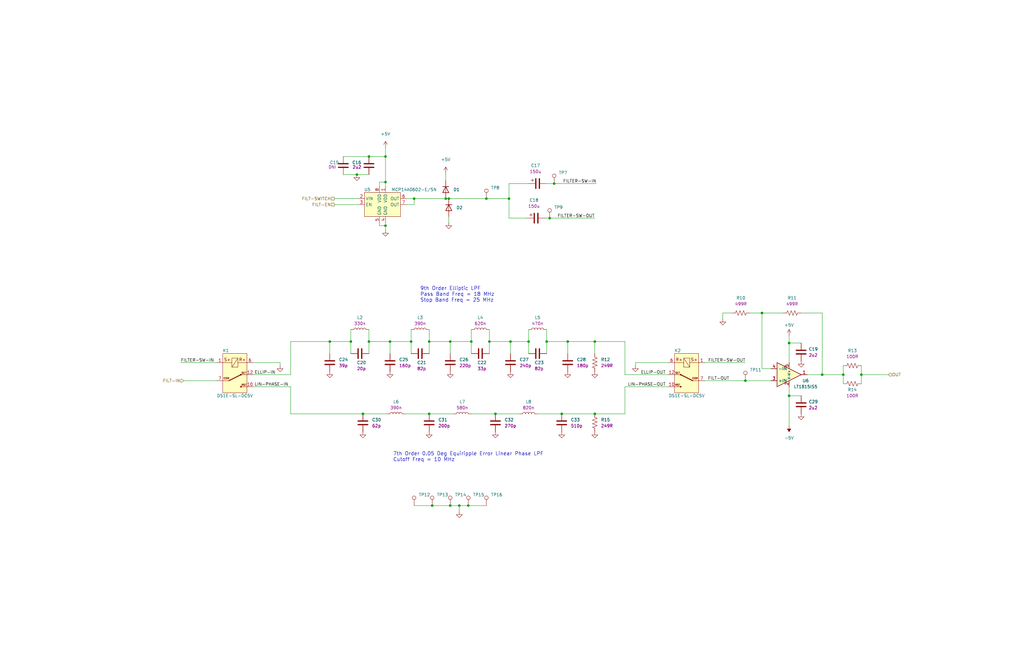
<source format=kicad_sch>
(kicad_sch (version 20211123) (generator eeschema)

  (uuid c6afe323-acd8-45d5-b95c-6f4824da4081)

  (paper "B")

  (lib_symbols
    (symbol "Connector:TestPoint" (pin_numbers hide) (pin_names (offset 0.762) hide) (in_bom yes) (on_board yes)
      (property "Reference" "TP" (id 0) (at 0 6.858 0)
        (effects (font (size 1.27 1.27)))
      )
      (property "Value" "TestPoint" (id 1) (at 0 5.08 0)
        (effects (font (size 1.27 1.27)))
      )
      (property "Footprint" "" (id 2) (at 5.08 0 0)
        (effects (font (size 1.27 1.27)) hide)
      )
      (property "Datasheet" "~" (id 3) (at 5.08 0 0)
        (effects (font (size 1.27 1.27)) hide)
      )
      (property "ki_keywords" "test point tp" (id 4) (at 0 0 0)
        (effects (font (size 1.27 1.27)) hide)
      )
      (property "ki_description" "test point" (id 5) (at 0 0 0)
        (effects (font (size 1.27 1.27)) hide)
      )
      (property "ki_fp_filters" "Pin* Test*" (id 6) (at 0 0 0)
        (effects (font (size 1.27 1.27)) hide)
      )
      (symbol "TestPoint_0_1"
        (circle (center 0 3.302) (radius 0.762)
          (stroke (width 0) (type default) (color 0 0 0 0))
          (fill (type none))
        )
      )
      (symbol "TestPoint_1_1"
        (pin passive line (at 0 0 90) (length 2.54)
          (name "1" (effects (font (size 1.27 1.27))))
          (number "1" (effects (font (size 1.27 1.27))))
        )
      )
    )
    (symbol "DDS_FunctionGenerator_Library:1N4148W-E3-18" (pin_numbers hide) (pin_names hide) (in_bom yes) (on_board yes)
      (property "Reference" "D" (id 0) (at -1.27 2.54 0)
        (effects (font (size 1.27 1.27)))
      )
      (property "Value" "1N4148W-E3-18" (id 1) (at 8.89 2.54 0)
        (effects (font (size 1.27 1.27)) hide)
      )
      (property "Footprint" "DDS_FunctionGenerator_Library:SOD-123" (id 2) (at 0 0 0)
        (effects (font (size 1.27 1.27)) hide)
      )
      (property "Datasheet" "" (id 3) (at 0 0 0)
        (effects (font (size 1.27 1.27)) hide)
      )
      (property "Part_Number" "1N4148W-E3-18" (id 4) (at 8.89 2.54 0)
        (effects (font (size 1.27 1.27)) hide)
      )
      (symbol "1N4148W-E3-18_0_1"
        (polyline
          (pts
            (xy -1.27 1.27)
            (xy -1.27 -1.27)
          )
          (stroke (width 0.254) (type default) (color 0 0 0 0))
          (fill (type none))
        )
        (polyline
          (pts
            (xy 1.27 0)
            (xy -1.27 0)
          )
          (stroke (width 0) (type default) (color 0 0 0 0))
          (fill (type none))
        )
        (polyline
          (pts
            (xy 1.27 1.27)
            (xy 1.27 -1.27)
            (xy -1.27 0)
            (xy 1.27 1.27)
          )
          (stroke (width 0.254) (type default) (color 0 0 0 0))
          (fill (type none))
        )
      )
      (symbol "1N4148W-E3-18_1_1"
        (pin passive line (at -3.81 0 0) (length 2.54)
          (name "K" (effects (font (size 1.27 1.27))))
          (number "1" (effects (font (size 1.27 1.27))))
        )
        (pin passive line (at 3.81 0 180) (length 2.54)
          (name "A" (effects (font (size 1.27 1.27))))
          (number "2" (effects (font (size 1.27 1.27))))
        )
      )
    )
    (symbol "DDS_FunctionGenerator_Library:865080345010" (pin_numbers hide) (pin_names hide) (in_bom yes) (on_board yes)
      (property "Reference" "C" (id 0) (at 3.175 4.445 0)
        (effects (font (size 1.27 1.27)) (justify left))
      )
      (property "Value" "865080345010" (id 1) (at 10.16 -2.54 0)
        (effects (font (size 1.27 1.27)) hide)
      )
      (property "Footprint" "DDS_FunctionGenerator_Library:865080345010" (id 2) (at 0 0 0)
        (effects (font (size 1.27 1.27)) hide)
      )
      (property "Datasheet" "" (id 3) (at 0 0 0)
        (effects (font (size 1.27 1.27)) hide)
      )
      (property "Part_Number" "865080345010" (id 4) (at 10.16 -2.54 0)
        (effects (font (size 1.27 1.27)) hide)
      )
      (property "Comp_Value" "150u" (id 5) (at 3.175 2.54 0)
        (effects (font (size 1.27 1.27)) (justify left))
      )
      (property "ki_description" "CAP, ALUMINUM ELECTROLYTIC" (id 6) (at 0 0 0)
        (effects (font (size 1.27 1.27)) hide)
      )
      (symbol "865080345010_0_1"
        (polyline
          (pts
            (xy -2.032 -0.762)
            (xy 2.032 -0.762)
          )
          (stroke (width 0.508) (type default) (color 0 0 0 0))
          (fill (type none))
        )
        (polyline
          (pts
            (xy -2.032 0.762)
            (xy 2.032 0.762)
          )
          (stroke (width 0.508) (type default) (color 0 0 0 0))
          (fill (type none))
        )
        (polyline
          (pts
            (xy 1.397 2.794)
            (xy 1.397 1.524)
          )
          (stroke (width 0) (type default) (color 0 0 0 0))
          (fill (type none))
        )
        (polyline
          (pts
            (xy 2.032 2.159)
            (xy 0.762 2.159)
          )
          (stroke (width 0) (type default) (color 0 0 0 0))
          (fill (type none))
        )
      )
      (symbol "865080345010_1_1"
        (pin passive line (at 0 3.81 270) (length 2.794)
          (name "~" (effects (font (size 1.27 1.27))))
          (number "1" (effects (font (size 1.27 1.27))))
        )
        (pin passive line (at 0 -3.81 90) (length 2.794)
          (name "~" (effects (font (size 1.27 1.27))))
          (number "2" (effects (font (size 1.27 1.27))))
        )
      )
    )
    (symbol "DDS_FunctionGenerator_Library:DS1E-SL-DC5V" (in_bom yes) (on_board yes)
      (property "Reference" "K" (id 0) (at -5.08 8.89 0)
        (effects (font (size 1.27 1.27)) (justify left))
      )
      (property "Value" "DS1E-SL-DC5V" (id 1) (at -6.35 -10.16 0)
        (effects (font (size 1.27 1.27)) (justify left))
      )
      (property "Footprint" "DDS_FunctionGenerator_Library:DS1E-SL-DC5V" (id 2) (at 0 0 0)
        (effects (font (size 1.27 1.27)) hide)
      )
      (property "Datasheet" "" (id 3) (at 0 0 0)
        (effects (font (size 1.27 1.27)) hide)
      )
      (property "Part_Number" "DS1E-SL-DC5V" (id 4) (at 0 0 0)
        (effects (font (size 1.27 1.27)) hide)
      )
      (symbol "DS1E-SL-DC5V_0_0"
        (polyline
          (pts
            (xy -2.54 -3.81)
            (xy 2.54 -1.27)
          )
          (stroke (width 0.381) (type default) (color 0 0 0 0))
          (fill (type none))
        )
        (polyline
          (pts
            (xy 2.54 -1.27)
            (xy 5.08 -1.27)
          )
          (stroke (width 0) (type default) (color 0 0 0 0))
          (fill (type none))
        )
        (polyline
          (pts
            (xy 5.08 -6.35)
            (xy 2.54 -6.35)
          )
          (stroke (width 0) (type default) (color 0 0 0 0))
          (fill (type none))
        )
        (polyline
          (pts
            (xy -5.08 -3.81)
            (xy -2.54 -3.81)
            (xy -2.54 -3.81)
          )
          (stroke (width 0) (type default) (color 0 0 0 0))
          (fill (type none))
        )
        (circle (center 2.54 -6.35) (radius 0.254)
          (stroke (width 0) (type default) (color 0 0 0 0))
          (fill (type outline))
        )
        (circle (center 2.54 -1.27) (radius 0.254)
          (stroke (width 0) (type default) (color 0 0 0 0))
          (fill (type outline))
        )
        (text "COM" (at -3.556 -2.794 0)
          (effects (font (size 0.762 0.762)))
        )
        (text "R+" (at 3.175 5.08 0)
          (effects (font (size 1.27 1.27)))
        )
        (text "RST" (at 3.81 -5.588 0)
          (effects (font (size 0.762 0.762)))
        )
        (text "S+" (at -3.175 5.08 0)
          (effects (font (size 1.27 1.27)))
        )
        (text "SET" (at 3.81 -0.508 0)
          (effects (font (size 0.762 0.762)))
        )
      )
      (symbol "DS1E-SL-DC5V_0_1"
        (rectangle (start -5.08 7.62) (end 5.08 -8.89)
          (stroke (width 0) (type default) (color 0 0 0 0))
          (fill (type background))
        )
        (rectangle (start -1.27 5.715) (end 1.27 1.905)
          (stroke (width 0) (type default) (color 0 0 0 0))
          (fill (type none))
        )
        (polyline
          (pts
            (xy -5.08 3.81)
            (xy -1.27 3.81)
          )
          (stroke (width 0) (type default) (color 0 0 0 0))
          (fill (type none))
        )
        (polyline
          (pts
            (xy 1.27 3.81)
            (xy 5.08 3.81)
          )
          (stroke (width 0) (type default) (color 0 0 0 0))
          (fill (type none))
        )
        (polyline
          (pts
            (xy 1.27 5.715)
            (xy -1.27 1.905)
          )
          (stroke (width 0) (type default) (color 0 0 0 0))
          (fill (type none))
        )
      )
      (symbol "DS1E-SL-DC5V_1_1"
        (pin passive line (at -7.62 3.81 0) (length 2.54)
          (name "" (effects (font (size 1.27 1.27))))
          (number "1" (effects (font (size 1.27 1.27))))
        )
        (pin passive line (at 7.62 -6.35 180) (length 2.54)
          (name "" (effects (font (size 1.27 1.27))))
          (number "10" (effects (font (size 1.27 1.27))))
        )
        (pin passive line (at 7.62 -1.27 180) (length 2.54)
          (name "" (effects (font (size 1.27 1.27))))
          (number "12" (effects (font (size 1.27 1.27))))
        )
        (pin passive line (at 7.62 3.81 180) (length 2.54)
          (name "" (effects (font (size 1.27 1.27))))
          (number "6" (effects (font (size 1.27 1.27))))
        )
        (pin passive line (at -7.62 -3.81 0) (length 2.54)
          (name "" (effects (font (size 1.27 1.27))))
          (number "7" (effects (font (size 1.27 1.27))))
        )
      )
    )
    (symbol "DDS_FunctionGenerator_Library:LT1815IS5" (in_bom yes) (on_board yes)
      (property "Reference" "U" (id 0) (at 6.35 5.715 0)
        (effects (font (size 1.27 1.27)) (justify left))
      )
      (property "Value" "LT1815IS5" (id 1) (at 6.35 3.81 0)
        (effects (font (size 1.27 1.27)) (justify left))
      )
      (property "Footprint" "DDS_FunctionGenerator_Library:TSOT-23_S5-Package" (id 2) (at 1.905 0 0)
        (effects (font (size 1.27 1.27)) hide)
      )
      (property "Datasheet" "" (id 3) (at 1.905 0 0)
        (effects (font (size 1.27 1.27)) hide)
      )
      (property "Part_Number" "LT1815IS5" (id 4) (at 0 0 0)
        (effects (font (size 1.27 1.27)) hide)
      )
      (symbol "LT1815IS5_0_1"
        (polyline
          (pts
            (xy -2.54 5.08)
            (xy 7.62 0)
            (xy -2.54 -5.08)
            (xy -2.54 5.08)
          )
          (stroke (width 0.254) (type default) (color 0 0 0 0))
          (fill (type background))
        )
      )
      (symbol "LT1815IS5_1_1"
        (pin output line (at 10.16 0 180) (length 2.54)
          (name "" (effects (font (size 1.27 1.27))))
          (number "1" (effects (font (size 1.27 1.27))))
        )
        (pin power_in line (at 2.54 -5.08 90) (length 2.54)
          (name "V-" (effects (font (size 1.016 1.016))))
          (number "2" (effects (font (size 1.27 1.27))))
        )
        (pin input line (at -5.08 -2.54 0) (length 2.54)
          (name "+IN" (effects (font (size 1.27 1.27))))
          (number "3" (effects (font (size 1.27 1.27))))
        )
        (pin input line (at -5.08 2.54 0) (length 2.54)
          (name "-IN" (effects (font (size 1.27 1.27))))
          (number "4" (effects (font (size 1.27 1.27))))
        )
        (pin power_in line (at 2.54 5.08 270) (length 2.54)
          (name "V+" (effects (font (size 1.016 1.016))))
          (number "5" (effects (font (size 1.27 1.27))))
        )
      )
    )
    (symbol "DDS_FunctionGenerator_Library:MCP14A0602-E{slash}SN" (in_bom yes) (on_board yes)
      (property "Reference" "U" (id 0) (at -6.35 6.35 0)
        (effects (font (size 1.27 1.27)))
      )
      (property "Value" "MCP14A0602-E{slash}SN" (id 1) (at 11.43 6.35 0)
        (effects (font (size 1.27 1.27)))
      )
      (property "Footprint" "DDS_FunctionGenerator_Library:SOIC_8Pin" (id 2) (at 0 0 0)
        (effects (font (size 1.27 1.27)) hide)
      )
      (property "Datasheet" "" (id 3) (at 0 0 0)
        (effects (font (size 1.27 1.27)) hide)
      )
      (property "Part_Number" "MCP14A0602-E/SN" (id 4) (at 11.43 6.35 0)
        (effects (font (size 1.27 1.27)) hide)
      )
      (symbol "MCP14A0602-E{slash}SN_0_1"
        (rectangle (start -7.62 5.08) (end 7.62 -5.08)
          (stroke (width 0) (type default) (color 0 0 0 0))
          (fill (type background))
        )
      )
      (symbol "MCP14A0602-E{slash}SN_1_1"
        (pin passive line (at 1.27 7.62 270) (length 2.54)
          (name "VDD" (effects (font (size 1.27 1.27))))
          (number "1" (effects (font (size 1.27 1.27))))
        )
        (pin passive line (at -10.16 2.54 0) (length 2.54)
          (name "VIN" (effects (font (size 1.27 1.27))))
          (number "2" (effects (font (size 1.27 1.27))))
        )
        (pin passive line (at -10.16 0 0) (length 2.54)
          (name "EN" (effects (font (size 1.27 1.27))))
          (number "3" (effects (font (size 1.27 1.27))))
        )
        (pin passive line (at 1.27 -7.62 90) (length 2.54)
          (name "GND" (effects (font (size 1.27 1.27))))
          (number "4" (effects (font (size 1.27 1.27))))
        )
        (pin passive line (at -1.27 -7.62 90) (length 2.54)
          (name "GND" (effects (font (size 1.27 1.27))))
          (number "5" (effects (font (size 1.27 1.27))))
        )
        (pin passive line (at 10.16 2.54 180) (length 2.54)
          (name "OUT" (effects (font (size 1.27 1.27))))
          (number "6" (effects (font (size 1.27 1.27))))
        )
        (pin passive line (at 10.16 0 180) (length 2.54)
          (name "OUT" (effects (font (size 1.27 1.27))))
          (number "7" (effects (font (size 1.27 1.27))))
        )
        (pin passive line (at -1.27 7.62 270) (length 2.54)
          (name "VDD" (effects (font (size 1.27 1.27))))
          (number "8" (effects (font (size 1.27 1.27))))
        )
      )
    )
    (symbol "DS1E-SL-DC5V_1" (in_bom yes) (on_board yes)
      (property "Reference" "K" (id 0) (at -5.08 8.89 0)
        (effects (font (size 1.27 1.27)) (justify left))
      )
      (property "Value" "DS1E-SL-DC5V_1" (id 1) (at -6.35 -10.16 0)
        (effects (font (size 1.27 1.27)) (justify left))
      )
      (property "Footprint" "DDS_FunctionGenerator_Library:DS1E-SL-DC5V" (id 2) (at 0 0 0)
        (effects (font (size 1.27 1.27)) hide)
      )
      (property "Datasheet" "" (id 3) (at 0 0 0)
        (effects (font (size 1.27 1.27)) hide)
      )
      (property "Part_Number" "DS1E-SL-DC5V" (id 4) (at 0 0 0)
        (effects (font (size 1.27 1.27)) hide)
      )
      (symbol "DS1E-SL-DC5V_1_0_0"
        (polyline
          (pts
            (xy -2.54 -3.81)
            (xy 2.54 -1.27)
          )
          (stroke (width 0.381) (type default) (color 0 0 0 0))
          (fill (type none))
        )
        (polyline
          (pts
            (xy 2.54 -1.27)
            (xy 5.08 -1.27)
          )
          (stroke (width 0) (type default) (color 0 0 0 0))
          (fill (type none))
        )
        (polyline
          (pts
            (xy 5.08 -6.35)
            (xy 2.54 -6.35)
          )
          (stroke (width 0) (type default) (color 0 0 0 0))
          (fill (type none))
        )
        (polyline
          (pts
            (xy -5.08 -3.81)
            (xy -2.54 -3.81)
            (xy -2.54 -3.81)
          )
          (stroke (width 0) (type default) (color 0 0 0 0))
          (fill (type none))
        )
        (circle (center 2.54 -6.35) (radius 0.254)
          (stroke (width 0) (type default) (color 0 0 0 0))
          (fill (type outline))
        )
        (circle (center 2.54 -1.27) (radius 0.254)
          (stroke (width 0) (type default) (color 0 0 0 0))
          (fill (type outline))
        )
        (text "COM" (at -3.556 -2.794 0)
          (effects (font (size 0.762 0.762)))
        )
        (text "R+" (at 3.175 5.08 0)
          (effects (font (size 1.27 1.27)))
        )
        (text "RST" (at 3.81 -5.588 0)
          (effects (font (size 0.762 0.762)))
        )
        (text "S+" (at -3.175 5.08 0)
          (effects (font (size 1.27 1.27)))
        )
        (text "SET" (at 3.81 -0.508 0)
          (effects (font (size 0.762 0.762)))
        )
      )
      (symbol "DS1E-SL-DC5V_1_0_1"
        (rectangle (start -5.08 7.62) (end 5.08 -8.89)
          (stroke (width 0) (type default) (color 0 0 0 0))
          (fill (type background))
        )
        (rectangle (start -1.27 5.715) (end 1.27 1.905)
          (stroke (width 0) (type default) (color 0 0 0 0))
          (fill (type none))
        )
        (polyline
          (pts
            (xy -5.08 3.81)
            (xy -1.27 3.81)
          )
          (stroke (width 0) (type default) (color 0 0 0 0))
          (fill (type none))
        )
        (polyline
          (pts
            (xy 1.27 3.81)
            (xy 5.08 3.81)
          )
          (stroke (width 0) (type default) (color 0 0 0 0))
          (fill (type none))
        )
        (polyline
          (pts
            (xy 1.27 5.715)
            (xy -1.27 1.905)
          )
          (stroke (width 0) (type default) (color 0 0 0 0))
          (fill (type none))
        )
      )
      (symbol "DS1E-SL-DC5V_1_1_1"
        (pin passive line (at -7.62 3.81 0) (length 2.54)
          (name "" (effects (font (size 1.27 1.27))))
          (number "1" (effects (font (size 1.27 1.27))))
        )
        (pin passive line (at 7.62 -6.35 180) (length 2.54)
          (name "" (effects (font (size 1.27 1.27))))
          (number "10" (effects (font (size 1.27 1.27))))
        )
        (pin passive line (at 7.62 -1.27 180) (length 2.54)
          (name "" (effects (font (size 1.27 1.27))))
          (number "12" (effects (font (size 1.27 1.27))))
        )
        (pin passive line (at 7.62 3.81 180) (length 2.54)
          (name "" (effects (font (size 1.27 1.27))))
          (number "6" (effects (font (size 1.27 1.27))))
        )
        (pin passive line (at -7.62 -3.81 0) (length 2.54)
          (name "" (effects (font (size 1.27 1.27))))
          (number "7" (effects (font (size 1.27 1.27))))
        )
      )
    )
    (symbol "SMD_Passives:CAP_0603" (pin_numbers hide) (pin_names hide) (in_bom yes) (on_board yes)
      (property "Reference" "C" (id 0) (at 2.54 4.445 0)
        (effects (font (size 1.27 1.27)) (justify left))
      )
      (property "Value" "CAP_0603" (id 1) (at 2.54 6.35 0)
        (effects (font (size 1.27 1.27)) (justify left) hide)
      )
      (property "Footprint" "SMD_Passives_Reflow:SMD_0603" (id 2) (at 0 0 0)
        (effects (font (size 1.27 1.27)) hide)
      )
      (property "Datasheet" "" (id 3) (at 0 0 0)
        (effects (font (size 1.27 1.27)) hide)
      )
      (property "Part_Number" "" (id 4) (at 0 0 0)
        (effects (font (size 1.27 1.27)) hide)
      )
      (property "Comp_Value" "C" (id 5) (at 2.54 2.54 0)
        (effects (font (size 1.27 1.27)) (justify left))
      )
      (property "ki_description" "CAPACITOR, SMD, 0603" (id 6) (at 0 0 0)
        (effects (font (size 1.27 1.27)) hide)
      )
      (symbol "CAP_0603_0_1"
        (polyline
          (pts
            (xy -2.032 -0.762)
            (xy 2.032 -0.762)
          )
          (stroke (width 0.508) (type default) (color 0 0 0 0))
          (fill (type none))
        )
        (polyline
          (pts
            (xy -2.032 0.762)
            (xy 2.032 0.762)
          )
          (stroke (width 0.508) (type default) (color 0 0 0 0))
          (fill (type none))
        )
      )
      (symbol "CAP_0603_1_1"
        (pin passive line (at 0 3.81 270) (length 2.794)
          (name "~" (effects (font (size 1.27 1.27))))
          (number "1" (effects (font (size 1.27 1.27))))
        )
        (pin passive line (at 0 -3.81 90) (length 2.794)
          (name "~" (effects (font (size 1.27 1.27))))
          (number "2" (effects (font (size 1.27 1.27))))
        )
      )
    )
    (symbol "SMD_Passives:IND_0603" (pin_numbers hide) (pin_names hide) (in_bom yes) (on_board yes)
      (property "Reference" "L" (id 0) (at 4.445 -0.635 90)
        (effects (font (size 1.27 1.27)) (justify left))
      )
      (property "Value" "IND_0603" (id 1) (at 1.27 5.715 0)
        (effects (font (size 1.27 1.27)) (justify left) hide)
      )
      (property "Footprint" "SMD_Passives_Reflow:SMD_0603" (id 2) (at 0 0 0)
        (effects (font (size 1.27 1.27)) hide)
      )
      (property "Datasheet" "" (id 3) (at 0 0 0)
        (effects (font (size 1.27 1.27)) hide)
      )
      (property "Part_Number" "" (id 4) (at 0 0 0)
        (effects (font (size 1.27 1.27)) hide)
      )
      (property "Comp_Value" "L" (id 5) (at 2.54 -0.635 90)
        (effects (font (size 1.27 1.27)) (justify left))
      )
      (property "ki_description" "INDUCTOR, SMD, 0603" (id 6) (at 0 0 0)
        (effects (font (size 1.27 1.27)) hide)
      )
      (symbol "IND_0603_0_1"
        (arc (start 0 -2.54) (mid 0.635 -1.905) (end 0 -1.27)
          (stroke (width 0) (type default) (color 0 0 0 0))
          (fill (type none))
        )
        (arc (start 0 -1.27) (mid 0.635 -0.635) (end 0 0)
          (stroke (width 0) (type default) (color 0 0 0 0))
          (fill (type none))
        )
        (arc (start 0 0) (mid 0.635 0.635) (end 0 1.27)
          (stroke (width 0) (type default) (color 0 0 0 0))
          (fill (type none))
        )
        (arc (start 0 1.27) (mid 0.635 1.905) (end 0 2.54)
          (stroke (width 0) (type default) (color 0 0 0 0))
          (fill (type none))
        )
      )
      (symbol "IND_0603_1_1"
        (pin passive line (at 0 3.81 270) (length 1.27)
          (name "1" (effects (font (size 1.27 1.27))))
          (number "1" (effects (font (size 1.27 1.27))))
        )
        (pin passive line (at 0 -3.81 90) (length 1.27)
          (name "2" (effects (font (size 1.27 1.27))))
          (number "2" (effects (font (size 1.27 1.27))))
        )
      )
    )
    (symbol "SMD_Passives:IND_1008" (pin_numbers hide) (pin_names hide) (in_bom yes) (on_board yes)
      (property "Reference" "L" (id 0) (at 4.445 -0.635 90)
        (effects (font (size 1.27 1.27)) (justify left))
      )
      (property "Value" "IND_1008" (id 1) (at 6.35 3.81 0)
        (effects (font (size 1.27 1.27)) hide)
      )
      (property "Footprint" "SMD_Passives_Reflow:SMD_1008" (id 2) (at 0.635 0.635 0)
        (effects (font (size 1.27 1.27)) hide)
      )
      (property "Datasheet" "" (id 3) (at 0 0 0)
        (effects (font (size 1.27 1.27)) hide)
      )
      (property "Part_Number" "" (id 4) (at 0 0 0)
        (effects (font (size 1.27 1.27)) hide)
      )
      (property "Comp_Value" "L" (id 5) (at 2.54 -0.635 90)
        (effects (font (size 1.27 1.27)) (justify left))
      )
      (property "ki_description" "INDUCTOR, SMD, 1008" (id 6) (at 0 0 0)
        (effects (font (size 1.27 1.27)) hide)
      )
      (symbol "IND_1008_0_1"
        (arc (start 0 -2.54) (mid 0.635 -1.905) (end 0 -1.27)
          (stroke (width 0) (type default) (color 0 0 0 0))
          (fill (type none))
        )
        (arc (start 0 -1.27) (mid 0.635 -0.635) (end 0 0)
          (stroke (width 0) (type default) (color 0 0 0 0))
          (fill (type none))
        )
        (arc (start 0 0) (mid 0.635 0.635) (end 0 1.27)
          (stroke (width 0) (type default) (color 0 0 0 0))
          (fill (type none))
        )
        (arc (start 0 1.27) (mid 0.635 1.905) (end 0 2.54)
          (stroke (width 0) (type default) (color 0 0 0 0))
          (fill (type none))
        )
      )
      (symbol "IND_1008_1_1"
        (pin passive line (at 0 3.81 270) (length 1.27)
          (name "1" (effects (font (size 1.27 1.27))))
          (number "1" (effects (font (size 1.27 1.27))))
        )
        (pin passive line (at 0 -3.81 90) (length 1.27)
          (name "2" (effects (font (size 1.27 1.27))))
          (number "2" (effects (font (size 1.27 1.27))))
        )
      )
    )
    (symbol "SMD_Passives:RES_0603" (pin_numbers hide) (pin_names hide) (in_bom yes) (on_board yes)
      (property "Reference" "R" (id 0) (at 2.54 3.175 0)
        (effects (font (size 1.27 1.27)) (justify left))
      )
      (property "Value" "RES_0603" (id 1) (at 2.54 5.08 0)
        (effects (font (size 1.27 1.27)) (justify left) hide)
      )
      (property "Footprint" "SMD_Passives_Reflow:SMD_0603" (id 2) (at 0 0 0)
        (effects (font (size 1.27 1.27)) hide)
      )
      (property "Datasheet" "" (id 3) (at 0 0 0)
        (effects (font (size 1.27 1.27)) hide)
      )
      (property "Part_Number" "" (id 4) (at 0 0 0)
        (effects (font (size 1.27 1.27)) hide)
      )
      (property "Comp_Value" "R" (id 5) (at 2.54 1.27 0)
        (effects (font (size 1.27 1.27)) (justify left))
      )
      (property "ki_description" "RESISTOR, SMD, 0603" (id 6) (at 0 0 0)
        (effects (font (size 1.27 1.27)) hide)
      )
      (symbol "RES_0603_0_1"
        (polyline
          (pts
            (xy 0 2.286)
            (xy 1.016 1.905)
            (xy -1.016 1.143)
            (xy 1.016 0.381)
            (xy -1.016 -0.381)
            (xy 1.016 -1.143)
            (xy -1.016 -1.905)
            (xy 0 -2.286)
          )
          (stroke (width 0) (type default) (color 0 0 0 0))
          (fill (type none))
        )
      )
      (symbol "RES_0603_1_1"
        (pin passive line (at 0 3.81 270) (length 1.524)
          (name "~" (effects (font (size 1.27 1.27))))
          (number "1" (effects (font (size 1.27 1.27))))
        )
        (pin passive line (at 0 -3.81 90) (length 1.524)
          (name "~" (effects (font (size 1.27 1.27))))
          (number "2" (effects (font (size 1.27 1.27))))
        )
      )
    )
    (symbol "power:+5V" (power) (pin_names (offset 0)) (in_bom yes) (on_board yes)
      (property "Reference" "#PWR" (id 0) (at 0 -3.81 0)
        (effects (font (size 1.27 1.27)) hide)
      )
      (property "Value" "+5V" (id 1) (at 0 3.556 0)
        (effects (font (size 1.27 1.27)))
      )
      (property "Footprint" "" (id 2) (at 0 0 0)
        (effects (font (size 1.27 1.27)) hide)
      )
      (property "Datasheet" "" (id 3) (at 0 0 0)
        (effects (font (size 1.27 1.27)) hide)
      )
      (property "ki_keywords" "power-flag" (id 4) (at 0 0 0)
        (effects (font (size 1.27 1.27)) hide)
      )
      (property "ki_description" "Power symbol creates a global label with name \"+5V\"" (id 5) (at 0 0 0)
        (effects (font (size 1.27 1.27)) hide)
      )
      (symbol "+5V_0_1"
        (polyline
          (pts
            (xy -0.762 1.27)
            (xy 0 2.54)
          )
          (stroke (width 0) (type default) (color 0 0 0 0))
          (fill (type none))
        )
        (polyline
          (pts
            (xy 0 0)
            (xy 0 2.54)
          )
          (stroke (width 0) (type default) (color 0 0 0 0))
          (fill (type none))
        )
        (polyline
          (pts
            (xy 0 2.54)
            (xy 0.762 1.27)
          )
          (stroke (width 0) (type default) (color 0 0 0 0))
          (fill (type none))
        )
      )
      (symbol "+5V_1_1"
        (pin power_in line (at 0 0 90) (length 0) hide
          (name "+5V" (effects (font (size 1.27 1.27))))
          (number "1" (effects (font (size 1.27 1.27))))
        )
      )
    )
    (symbol "power:-5V" (power) (pin_names (offset 0)) (in_bom yes) (on_board yes)
      (property "Reference" "#PWR" (id 0) (at 0 2.54 0)
        (effects (font (size 1.27 1.27)) hide)
      )
      (property "Value" "-5V" (id 1) (at 0 3.81 0)
        (effects (font (size 1.27 1.27)))
      )
      (property "Footprint" "" (id 2) (at 0 0 0)
        (effects (font (size 1.27 1.27)) hide)
      )
      (property "Datasheet" "" (id 3) (at 0 0 0)
        (effects (font (size 1.27 1.27)) hide)
      )
      (property "ki_keywords" "power-flag" (id 4) (at 0 0 0)
        (effects (font (size 1.27 1.27)) hide)
      )
      (property "ki_description" "Power symbol creates a global label with name \"-5V\"" (id 5) (at 0 0 0)
        (effects (font (size 1.27 1.27)) hide)
      )
      (symbol "-5V_0_0"
        (pin power_in line (at 0 0 90) (length 0) hide
          (name "-5V" (effects (font (size 1.27 1.27))))
          (number "1" (effects (font (size 1.27 1.27))))
        )
      )
      (symbol "-5V_0_1"
        (polyline
          (pts
            (xy 0 0)
            (xy 0 1.27)
            (xy 0.762 1.27)
            (xy 0 2.54)
            (xy -0.762 1.27)
            (xy 0 1.27)
          )
          (stroke (width 0) (type default) (color 0 0 0 0))
          (fill (type outline))
        )
      )
    )
    (symbol "power:GND" (power) (pin_names (offset 0)) (in_bom yes) (on_board yes)
      (property "Reference" "#PWR" (id 0) (at 0 -6.35 0)
        (effects (font (size 1.27 1.27)) hide)
      )
      (property "Value" "GND" (id 1) (at 0 -3.81 0)
        (effects (font (size 1.27 1.27)))
      )
      (property "Footprint" "" (id 2) (at 0 0 0)
        (effects (font (size 1.27 1.27)) hide)
      )
      (property "Datasheet" "" (id 3) (at 0 0 0)
        (effects (font (size 1.27 1.27)) hide)
      )
      (property "ki_keywords" "power-flag" (id 4) (at 0 0 0)
        (effects (font (size 1.27 1.27)) hide)
      )
      (property "ki_description" "Power symbol creates a global label with name \"GND\" , ground" (id 5) (at 0 0 0)
        (effects (font (size 1.27 1.27)) hide)
      )
      (symbol "GND_0_1"
        (polyline
          (pts
            (xy 0 0)
            (xy 0 -1.27)
            (xy 1.27 -1.27)
            (xy 0 -2.54)
            (xy -1.27 -1.27)
            (xy 0 -1.27)
          )
          (stroke (width 0) (type default) (color 0 0 0 0))
          (fill (type none))
        )
      )
      (symbol "GND_1_1"
        (pin power_in line (at 0 0 270) (length 0) hide
          (name "GND" (effects (font (size 1.27 1.27))))
          (number "1" (effects (font (size 1.27 1.27))))
        )
      )
    )
  )

  (junction (at 236.855 174.625) (diameter 0) (color 0 0 0 0)
    (uuid 05591d3b-eff7-4fa1-a9c3-337513462b46)
  )
  (junction (at 231.775 92.075) (diameter 0) (color 0 0 0 0)
    (uuid 0673cbdd-d01e-4965-a21b-08e22882547e)
  )
  (junction (at 155.575 144.145) (diameter 0) (color 0 0 0 0)
    (uuid 09b36a36-ff86-4625-aa82-691e19c35f07)
  )
  (junction (at 206.375 144.145) (diameter 0) (color 0 0 0 0)
    (uuid 0a301ead-669f-4bca-b300-df0875aba52e)
  )
  (junction (at 155.575 66.04) (diameter 0) (color 0 0 0 0)
    (uuid 14a24011-8570-4221-aba9-9f7f63fb7a78)
  )
  (junction (at 187.96 83.82) (diameter 0) (color 0 0 0 0)
    (uuid 19de24e5-c0b7-449f-85af-954776475f8d)
  )
  (junction (at 150.495 73.66) (diameter 0) (color 0 0 0 0)
    (uuid 1e7a1fc5-74db-46a2-b1af-40d164589238)
  )
  (junction (at 193.675 213.36) (diameter 0) (color 0 0 0 0)
    (uuid 28d26637-d81f-44fd-9ee3-8c8b8e245f28)
  )
  (junction (at 208.915 174.625) (diameter 0) (color 0 0 0 0)
    (uuid 350a354e-4f6f-4132-a962-659e53944b82)
  )
  (junction (at 162.56 66.04) (diameter 0) (color 0 0 0 0)
    (uuid 36a68c5b-3ce2-4ee3-8231-c64e718a309a)
  )
  (junction (at 332.74 144.78) (diameter 0) (color 0 0 0 0)
    (uuid 3ff02deb-1bf8-40f3-ad2f-24b64ed109cc)
  )
  (junction (at 180.975 174.625) (diameter 0) (color 0 0 0 0)
    (uuid 48952f18-2ee0-4fdb-b007-97aca9efb324)
  )
  (junction (at 215.265 144.145) (diameter 0) (color 0 0 0 0)
    (uuid 49500999-d99c-41d1-b87d-d91758a078db)
  )
  (junction (at 164.465 144.145) (diameter 0) (color 0 0 0 0)
    (uuid 4ad616f4-e67a-49e2-a4ec-c7943d0076fc)
  )
  (junction (at 222.885 144.145) (diameter 0) (color 0 0 0 0)
    (uuid 5081f500-2c8a-49a2-84cb-c937229051c4)
  )
  (junction (at 239.395 144.145) (diameter 0) (color 0 0 0 0)
    (uuid 51040135-fe50-458f-8c71-310dd1a4249c)
  )
  (junction (at 314.325 160.655) (diameter 0) (color 0 0 0 0)
    (uuid 51c4176c-3cd5-4bf3-a557-468aec016f8e)
  )
  (junction (at 189.23 83.82) (diameter 0) (color 0 0 0 0)
    (uuid 5470b0ee-61f0-4ad9-9ec4-bd4f124cef13)
  )
  (junction (at 230.505 144.145) (diameter 0) (color 0 0 0 0)
    (uuid 5f545906-19e0-4329-98f1-73359d3c8e40)
  )
  (junction (at 355.6 158.115) (diameter 0) (color 0 0 0 0)
    (uuid 6caf7bc1-7ca0-4baa-a080-72af2ffb9752)
  )
  (junction (at 205.105 83.82) (diameter 0) (color 0 0 0 0)
    (uuid 6d88143d-111b-4e52-a236-9da943302275)
  )
  (junction (at 363.22 158.115) (diameter 0) (color 0 0 0 0)
    (uuid 70e0d823-5a89-491c-aebd-e6ecc5bc17ad)
  )
  (junction (at 346.71 158.115) (diameter 0) (color 0 0 0 0)
    (uuid 76cea0fd-e7bc-4570-83a3-204c4e9ed6fa)
  )
  (junction (at 332.74 167.005) (diameter 0) (color 0 0 0 0)
    (uuid 76e80173-8af7-4a5d-8f9f-9f085974aa2d)
  )
  (junction (at 147.955 144.145) (diameter 0) (color 0 0 0 0)
    (uuid 78816179-6f9d-4b50-baad-15b1b63cb259)
  )
  (junction (at 182.245 213.36) (diameter 0) (color 0 0 0 0)
    (uuid 79c00790-087e-483b-bc34-ab575a1ff5cc)
  )
  (junction (at 162.56 76.835) (diameter 0) (color 0 0 0 0)
    (uuid 7ebc4444-303a-485c-bd66-e90fb750dea2)
  )
  (junction (at 250.825 174.625) (diameter 0) (color 0 0 0 0)
    (uuid 81bdb52a-be7a-4c67-aa27-8b37ba6964ab)
  )
  (junction (at 153.035 174.625) (diameter 0) (color 0 0 0 0)
    (uuid 8be4090b-c871-405f-8ff7-bd2039e85d1a)
  )
  (junction (at 174.625 83.82) (diameter 0) (color 0 0 0 0)
    (uuid 959a9541-f78b-40a6-9ab3-5b9aeefa8594)
  )
  (junction (at 162.56 95.25) (diameter 0) (color 0 0 0 0)
    (uuid 967306d1-f228-4c56-a938-c31e83da93c3)
  )
  (junction (at 233.68 77.47) (diameter 0) (color 0 0 0 0)
    (uuid a1be26aa-fcf9-4249-a1ac-f59269d86e45)
  )
  (junction (at 189.865 144.145) (diameter 0) (color 0 0 0 0)
    (uuid a4f0bd2a-5532-4058-9e3e-2d6dc485b158)
  )
  (junction (at 321.31 132.08) (diameter 0) (color 0 0 0 0)
    (uuid aac9f6c4-c6da-4662-a480-e46dc02b5cf1)
  )
  (junction (at 197.485 213.36) (diameter 0) (color 0 0 0 0)
    (uuid b4dd8c87-6560-4454-a801-7d74d9a545a9)
  )
  (junction (at 250.825 144.145) (diameter 0) (color 0 0 0 0)
    (uuid b634ffb0-b379-4c62-9900-d074203be143)
  )
  (junction (at 173.355 144.145) (diameter 0) (color 0 0 0 0)
    (uuid c10cde91-2ab7-4d4e-aa9a-d845a48c499d)
  )
  (junction (at 189.865 213.36) (diameter 0) (color 0 0 0 0)
    (uuid c23c5186-04af-4c65-a63c-f3799bda7672)
  )
  (junction (at 180.975 144.145) (diameter 0) (color 0 0 0 0)
    (uuid caffc865-f5d2-4adf-8d33-50ef86807e44)
  )
  (junction (at 198.755 144.145) (diameter 0) (color 0 0 0 0)
    (uuid dd8bdd56-9521-40c1-aa69-f1d589457fcb)
  )
  (junction (at 214.63 83.82) (diameter 0) (color 0 0 0 0)
    (uuid f4bbcac8-b1fa-49bd-907e-b442e87ef701)
  )
  (junction (at 139.065 144.145) (diameter 0) (color 0 0 0 0)
    (uuid fe5784ad-2660-4508-a04e-88f0d6e873a1)
  )

  (wire (pts (xy 233.68 77.47) (xy 251.46 77.47))
    (stroke (width 0) (type default) (color 0 0 0 0))
    (uuid 0478f1d2-f3b6-4381-839e-c45e9d4e4ba5)
  )
  (wire (pts (xy 363.22 154.305) (xy 363.22 158.115))
    (stroke (width 0) (type default) (color 0 0 0 0))
    (uuid 06661df9-7c40-4097-8a17-82ca3fa1cf18)
  )
  (wire (pts (xy 162.56 95.25) (xy 162.56 97.155))
    (stroke (width 0) (type default) (color 0 0 0 0))
    (uuid 07220965-59b4-4280-ada4-e72efc269b92)
  )
  (wire (pts (xy 230.505 144.145) (xy 239.395 144.145))
    (stroke (width 0) (type default) (color 0 0 0 0))
    (uuid 0a74f7c7-b8a0-4201-99e7-1148c5e6cce1)
  )
  (wire (pts (xy 267.97 154.305) (xy 267.97 153.035))
    (stroke (width 0) (type default) (color 0 0 0 0))
    (uuid 0f5f4998-9905-47f3-a967-31db6a288c2c)
  )
  (wire (pts (xy 144.78 73.66) (xy 150.495 73.66))
    (stroke (width 0) (type default) (color 0 0 0 0))
    (uuid 0febfc68-76f2-4919-a8d9-96180aa4b608)
  )
  (wire (pts (xy 263.525 144.145) (xy 263.525 158.115))
    (stroke (width 0) (type default) (color 0 0 0 0))
    (uuid 10899a0d-9c08-410c-8134-34f7b0611e12)
  )
  (wire (pts (xy 160.02 78.74) (xy 160.02 76.835))
    (stroke (width 0) (type default) (color 0 0 0 0))
    (uuid 10d18c21-4fca-480b-a587-26f8029ad870)
  )
  (wire (pts (xy 162.56 95.25) (xy 162.56 93.98))
    (stroke (width 0) (type default) (color 0 0 0 0))
    (uuid 1ae0749d-d13c-4920-b923-2219eea34dd8)
  )
  (wire (pts (xy 239.395 149.225) (xy 239.395 144.145))
    (stroke (width 0) (type default) (color 0 0 0 0))
    (uuid 1aeb0011-0ef4-425d-b5f3-4cb68b93a7c7)
  )
  (wire (pts (xy 171.45 86.36) (xy 174.625 86.36))
    (stroke (width 0) (type default) (color 0 0 0 0))
    (uuid 1b129287-a21c-42e5-ab55-a702fc6460b6)
  )
  (wire (pts (xy 222.885 139.065) (xy 222.885 144.145))
    (stroke (width 0) (type default) (color 0 0 0 0))
    (uuid 1e01c7e9-1475-4e6b-935a-720659f5f994)
  )
  (wire (pts (xy 106.68 163.195) (xy 122.555 163.195))
    (stroke (width 0) (type default) (color 0 0 0 0))
    (uuid 1ee3f745-8127-41b4-9392-11927f61b269)
  )
  (wire (pts (xy 214.63 92.075) (xy 214.63 83.82))
    (stroke (width 0) (type default) (color 0 0 0 0))
    (uuid 2142cf05-5acd-467f-ad88-82f7294cd083)
  )
  (wire (pts (xy 346.71 158.115) (xy 340.36 158.115))
    (stroke (width 0) (type default) (color 0 0 0 0))
    (uuid 22338bed-15c3-4261-a8cd-08a5b78930d3)
  )
  (wire (pts (xy 144.78 66.04) (xy 155.575 66.04))
    (stroke (width 0) (type default) (color 0 0 0 0))
    (uuid 257c816d-8170-48f4-89ea-68d2fc3ae5d4)
  )
  (wire (pts (xy 198.755 144.145) (xy 198.755 149.225))
    (stroke (width 0) (type default) (color 0 0 0 0))
    (uuid 262825f8-af48-4375-b69c-4fc6e45aec91)
  )
  (wire (pts (xy 164.465 144.145) (xy 164.465 149.225))
    (stroke (width 0) (type default) (color 0 0 0 0))
    (uuid 27150ebd-67a6-4309-b8b8-cc0a3e54cfba)
  )
  (wire (pts (xy 155.575 144.145) (xy 164.465 144.145))
    (stroke (width 0) (type default) (color 0 0 0 0))
    (uuid 2aa2fd8e-7798-4d26-bc84-567597a48ed1)
  )
  (wire (pts (xy 267.97 153.035) (xy 281.94 153.035))
    (stroke (width 0) (type default) (color 0 0 0 0))
    (uuid 2d66d795-8b23-4fdc-89c3-b367e4f540c7)
  )
  (wire (pts (xy 187.96 73.025) (xy 187.96 76.2))
    (stroke (width 0) (type default) (color 0 0 0 0))
    (uuid 300da001-abcb-4b03-8097-aea907b188dd)
  )
  (wire (pts (xy 321.31 155.575) (xy 321.31 132.08))
    (stroke (width 0) (type default) (color 0 0 0 0))
    (uuid 3088a878-3d0e-4e83-a086-7c5b6d823cef)
  )
  (wire (pts (xy 337.82 132.08) (xy 346.71 132.08))
    (stroke (width 0) (type default) (color 0 0 0 0))
    (uuid 31dc5cd5-82e1-4eda-94cb-129faa975817)
  )
  (wire (pts (xy 160.02 93.98) (xy 160.02 95.25))
    (stroke (width 0) (type default) (color 0 0 0 0))
    (uuid 3322e2d3-dbef-4bc1-9f2a-dddabccff685)
  )
  (wire (pts (xy 153.035 174.625) (xy 163.195 174.625))
    (stroke (width 0) (type default) (color 0 0 0 0))
    (uuid 3406a7c6-9b91-4e6a-b90b-25337288f4e2)
  )
  (wire (pts (xy 106.68 158.115) (xy 122.555 158.115))
    (stroke (width 0) (type default) (color 0 0 0 0))
    (uuid 379a324a-2282-4395-ab52-b5a219bc6fe8)
  )
  (wire (pts (xy 76.2 153.035) (xy 91.44 153.035))
    (stroke (width 0) (type default) (color 0 0 0 0))
    (uuid 3903e68f-2670-4bc7-bc6c-7558d41a8f97)
  )
  (wire (pts (xy 155.575 139.065) (xy 155.575 144.145))
    (stroke (width 0) (type default) (color 0 0 0 0))
    (uuid 3ef16c2e-17f4-4315-b416-1933791ccc5b)
  )
  (wire (pts (xy 174.625 86.36) (xy 174.625 83.82))
    (stroke (width 0) (type default) (color 0 0 0 0))
    (uuid 3f70d3f5-3f7d-40c1-9b88-aa760c0c1f74)
  )
  (wire (pts (xy 174.625 213.36) (xy 182.245 213.36))
    (stroke (width 0) (type default) (color 0 0 0 0))
    (uuid 40742eee-05d3-4408-bac8-8bc44e50c23f)
  )
  (wire (pts (xy 263.525 163.195) (xy 281.94 163.195))
    (stroke (width 0) (type default) (color 0 0 0 0))
    (uuid 43e9dc39-8326-4f0d-8e18-51076bfa8e9f)
  )
  (wire (pts (xy 162.56 66.04) (xy 162.56 76.835))
    (stroke (width 0) (type default) (color 0 0 0 0))
    (uuid 43f1dc8d-1079-464e-b93c-ba64e54fb450)
  )
  (wire (pts (xy 250.825 174.625) (xy 263.525 174.625))
    (stroke (width 0) (type default) (color 0 0 0 0))
    (uuid 4413bbf1-2c17-4fff-80f8-49d331cbc287)
  )
  (wire (pts (xy 314.325 160.655) (xy 325.12 160.655))
    (stroke (width 0) (type default) (color 0 0 0 0))
    (uuid 48a8c2bb-41fe-4071-b2a5-92292b319d87)
  )
  (wire (pts (xy 346.71 158.115) (xy 355.6 158.115))
    (stroke (width 0) (type default) (color 0 0 0 0))
    (uuid 4a53ab31-cd39-4dc8-b600-bcadbd3cb890)
  )
  (wire (pts (xy 332.74 163.195) (xy 332.74 167.005))
    (stroke (width 0) (type default) (color 0 0 0 0))
    (uuid 4a9b22fa-5d55-44ee-9e69-1ba9f6eac253)
  )
  (wire (pts (xy 263.525 158.115) (xy 281.94 158.115))
    (stroke (width 0) (type default) (color 0 0 0 0))
    (uuid 4d5aee54-3bd3-423c-8d0c-27c6a9577d37)
  )
  (wire (pts (xy 332.74 144.78) (xy 332.74 153.035))
    (stroke (width 0) (type default) (color 0 0 0 0))
    (uuid 5228ce0a-3148-4596-8458-b53b4ec2285c)
  )
  (wire (pts (xy 297.18 160.655) (xy 314.325 160.655))
    (stroke (width 0) (type default) (color 0 0 0 0))
    (uuid 5266d0aa-6d1e-42b7-ad0c-26c75522a070)
  )
  (wire (pts (xy 162.56 62.23) (xy 162.56 66.04))
    (stroke (width 0) (type default) (color 0 0 0 0))
    (uuid 54704ef0-d658-466c-a783-f07efd996727)
  )
  (wire (pts (xy 214.63 77.47) (xy 214.63 83.82))
    (stroke (width 0) (type default) (color 0 0 0 0))
    (uuid 571f3666-670b-465a-98a7-1b3ee6bd759b)
  )
  (wire (pts (xy 77.47 160.655) (xy 91.44 160.655))
    (stroke (width 0) (type default) (color 0 0 0 0))
    (uuid 57d03d0b-b321-4eae-984b-7555057bb1be)
  )
  (wire (pts (xy 222.885 144.145) (xy 222.885 149.225))
    (stroke (width 0) (type default) (color 0 0 0 0))
    (uuid 5ae5291d-7f50-4bef-85d6-74d3155498e9)
  )
  (wire (pts (xy 332.74 167.005) (xy 332.74 179.705))
    (stroke (width 0) (type default) (color 0 0 0 0))
    (uuid 5ba90f4a-505b-46b4-824e-529a00e4d457)
  )
  (wire (pts (xy 140.97 83.82) (xy 151.13 83.82))
    (stroke (width 0) (type default) (color 0 0 0 0))
    (uuid 5c0d1835-d9eb-426e-8593-42bb0f43683b)
  )
  (wire (pts (xy 229.87 92.075) (xy 231.775 92.075))
    (stroke (width 0) (type default) (color 0 0 0 0))
    (uuid 5da30d66-12c5-4bff-abc9-9725b384f6ad)
  )
  (wire (pts (xy 106.68 153.035) (xy 118.11 153.035))
    (stroke (width 0) (type default) (color 0 0 0 0))
    (uuid 5ee6259b-7c5e-4d23-ba09-78bbc38ad053)
  )
  (wire (pts (xy 122.555 174.625) (xy 153.035 174.625))
    (stroke (width 0) (type default) (color 0 0 0 0))
    (uuid 5f54abb4-62fe-414d-bbef-1f5e22162e8b)
  )
  (wire (pts (xy 332.74 141.605) (xy 332.74 144.78))
    (stroke (width 0) (type default) (color 0 0 0 0))
    (uuid 5f8655e5-228d-4ff9-8922-fa3468f4457b)
  )
  (wire (pts (xy 187.96 83.82) (xy 189.23 83.82))
    (stroke (width 0) (type default) (color 0 0 0 0))
    (uuid 5fa8f62b-31a9-4743-9a46-95bddb48cc0c)
  )
  (wire (pts (xy 355.6 154.305) (xy 355.6 158.115))
    (stroke (width 0) (type default) (color 0 0 0 0))
    (uuid 61849d7a-d5a6-4844-b1ab-31190d82df88)
  )
  (wire (pts (xy 193.675 213.36) (xy 197.485 213.36))
    (stroke (width 0) (type default) (color 0 0 0 0))
    (uuid 64cd9b15-9731-449d-9909-d9dcb9aaf674)
  )
  (wire (pts (xy 170.815 174.625) (xy 180.975 174.625))
    (stroke (width 0) (type default) (color 0 0 0 0))
    (uuid 65da3008-2a70-46d0-8e71-1443504776ab)
  )
  (wire (pts (xy 173.355 144.145) (xy 173.355 149.225))
    (stroke (width 0) (type default) (color 0 0 0 0))
    (uuid 696a8f27-0cc2-45f1-95e7-54df184703a7)
  )
  (wire (pts (xy 189.23 83.82) (xy 205.105 83.82))
    (stroke (width 0) (type default) (color 0 0 0 0))
    (uuid 6c9d7e24-d482-4ce5-90af-db5294c005c0)
  )
  (wire (pts (xy 155.575 144.145) (xy 155.575 149.225))
    (stroke (width 0) (type default) (color 0 0 0 0))
    (uuid 6dd02b7b-fe4a-47cc-8704-cccfb775a92f)
  )
  (wire (pts (xy 250.825 149.225) (xy 250.825 144.145))
    (stroke (width 0) (type default) (color 0 0 0 0))
    (uuid 6f435db4-ca72-4885-96e1-d2b8a81193e6)
  )
  (wire (pts (xy 174.625 83.82) (xy 171.45 83.82))
    (stroke (width 0) (type default) (color 0 0 0 0))
    (uuid 6f534dad-a5d2-4ded-8079-607342f3e548)
  )
  (wire (pts (xy 160.02 76.835) (xy 162.56 76.835))
    (stroke (width 0) (type default) (color 0 0 0 0))
    (uuid 702f59f9-22a4-4b78-8013-492c5321d3ea)
  )
  (wire (pts (xy 250.825 144.145) (xy 263.525 144.145))
    (stroke (width 0) (type default) (color 0 0 0 0))
    (uuid 7297ea93-c65c-4ac4-9759-6bdc7e0ee4ce)
  )
  (wire (pts (xy 332.74 167.005) (xy 337.82 167.005))
    (stroke (width 0) (type default) (color 0 0 0 0))
    (uuid 730da196-c263-4339-bf89-66147651e24a)
  )
  (wire (pts (xy 189.865 213.36) (xy 193.675 213.36))
    (stroke (width 0) (type default) (color 0 0 0 0))
    (uuid 75302618-3911-4f34-af6a-f10f46dad0f6)
  )
  (wire (pts (xy 180.975 144.145) (xy 180.975 149.225))
    (stroke (width 0) (type default) (color 0 0 0 0))
    (uuid 7635bff2-55a1-496c-a1a8-84cb652bca78)
  )
  (wire (pts (xy 226.695 174.625) (xy 236.855 174.625))
    (stroke (width 0) (type default) (color 0 0 0 0))
    (uuid 7c7c4830-af59-4a86-a009-dab0f3a0d3ae)
  )
  (wire (pts (xy 189.865 144.145) (xy 189.865 149.225))
    (stroke (width 0) (type default) (color 0 0 0 0))
    (uuid 8141ce40-adbc-44aa-82b5-f10b2fae9740)
  )
  (wire (pts (xy 355.6 158.115) (xy 355.6 161.925))
    (stroke (width 0) (type default) (color 0 0 0 0))
    (uuid 82944269-b94e-4e77-a685-4aeac02c2999)
  )
  (wire (pts (xy 215.265 144.145) (xy 222.885 144.145))
    (stroke (width 0) (type default) (color 0 0 0 0))
    (uuid 8c5b2177-a4fb-4f0f-b9a3-0be4a415efb5)
  )
  (wire (pts (xy 363.22 158.115) (xy 374.65 158.115))
    (stroke (width 0) (type default) (color 0 0 0 0))
    (uuid 8f238eb9-6791-419a-9d24-6715ba195c79)
  )
  (wire (pts (xy 205.105 83.82) (xy 214.63 83.82))
    (stroke (width 0) (type default) (color 0 0 0 0))
    (uuid 9025008a-6403-418f-9cfb-d76972d4b176)
  )
  (wire (pts (xy 122.555 163.195) (xy 122.555 174.625))
    (stroke (width 0) (type default) (color 0 0 0 0))
    (uuid 94336096-83ea-4d7d-9fc0-e0fa5e64b167)
  )
  (wire (pts (xy 206.375 144.145) (xy 215.265 144.145))
    (stroke (width 0) (type default) (color 0 0 0 0))
    (uuid 94ff9d8a-3804-471f-919a-265614dd5ba7)
  )
  (wire (pts (xy 304.8 134.62) (xy 304.8 132.08))
    (stroke (width 0) (type default) (color 0 0 0 0))
    (uuid 98b69b42-f1ad-412c-958b-3797d3fb2c2d)
  )
  (wire (pts (xy 118.11 154.305) (xy 118.11 153.035))
    (stroke (width 0) (type default) (color 0 0 0 0))
    (uuid 9a111eec-350c-4141-87eb-f4752cd72d43)
  )
  (wire (pts (xy 147.955 144.145) (xy 139.065 144.145))
    (stroke (width 0) (type default) (color 0 0 0 0))
    (uuid 9ab8c62a-f871-4d7d-95e6-ea349017bfff)
  )
  (wire (pts (xy 222.25 92.075) (xy 214.63 92.075))
    (stroke (width 0) (type default) (color 0 0 0 0))
    (uuid 9c9686ef-aefd-434e-bf4c-e9715bc641d5)
  )
  (wire (pts (xy 180.975 174.625) (xy 191.135 174.625))
    (stroke (width 0) (type default) (color 0 0 0 0))
    (uuid 9d399ad6-7e39-43c7-9691-7fc9c64006a7)
  )
  (wire (pts (xy 164.465 144.145) (xy 173.355 144.145))
    (stroke (width 0) (type default) (color 0 0 0 0))
    (uuid 9d7951c9-02d0-447c-a645-9d9145435428)
  )
  (wire (pts (xy 150.495 73.66) (xy 155.575 73.66))
    (stroke (width 0) (type default) (color 0 0 0 0))
    (uuid 9e447fa0-11d5-4835-b35f-71a07d664512)
  )
  (wire (pts (xy 222.885 77.47) (xy 214.63 77.47))
    (stroke (width 0) (type default) (color 0 0 0 0))
    (uuid 9f7688f7-136e-4d51-b0bd-2a01a6bdf7e1)
  )
  (wire (pts (xy 174.625 83.82) (xy 187.96 83.82))
    (stroke (width 0) (type default) (color 0 0 0 0))
    (uuid a05012a3-8b8d-4d89-bb8e-738498779550)
  )
  (wire (pts (xy 230.505 144.145) (xy 230.505 149.225))
    (stroke (width 0) (type default) (color 0 0 0 0))
    (uuid a9f344a5-9a8c-4d9a-9fc1-8659985c8b4e)
  )
  (wire (pts (xy 198.755 139.065) (xy 198.755 144.145))
    (stroke (width 0) (type default) (color 0 0 0 0))
    (uuid aaaa1ba5-5621-4687-a982-0f867bf070ef)
  )
  (wire (pts (xy 230.505 77.47) (xy 233.68 77.47))
    (stroke (width 0) (type default) (color 0 0 0 0))
    (uuid ad1ea396-8ee1-4e30-bbde-72eb8f895619)
  )
  (wire (pts (xy 316.23 132.08) (xy 321.31 132.08))
    (stroke (width 0) (type default) (color 0 0 0 0))
    (uuid ae3e8741-3d6f-4667-81dc-46fb72a17f6d)
  )
  (wire (pts (xy 337.82 144.78) (xy 332.74 144.78))
    (stroke (width 0) (type default) (color 0 0 0 0))
    (uuid affeeaea-e09f-4f04-b291-3a908ee8601f)
  )
  (wire (pts (xy 230.505 139.065) (xy 230.505 144.145))
    (stroke (width 0) (type default) (color 0 0 0 0))
    (uuid b06c375e-cda4-4954-ad59-7873d4559efb)
  )
  (wire (pts (xy 189.23 91.44) (xy 189.23 93.98))
    (stroke (width 0) (type default) (color 0 0 0 0))
    (uuid b1f8effa-0dc2-4eff-bdcf-574f75e7d831)
  )
  (wire (pts (xy 363.22 158.115) (xy 363.22 161.925))
    (stroke (width 0) (type default) (color 0 0 0 0))
    (uuid b66c65f2-aff3-4eb1-bd5d-4380b0d4f1ad)
  )
  (wire (pts (xy 208.915 174.625) (xy 219.075 174.625))
    (stroke (width 0) (type default) (color 0 0 0 0))
    (uuid b80d480b-5e5b-4512-8a46-e259b45b9f6d)
  )
  (wire (pts (xy 173.355 139.065) (xy 173.355 144.145))
    (stroke (width 0) (type default) (color 0 0 0 0))
    (uuid bb612f79-2ebb-44b0-9b0f-d3563b1ccb28)
  )
  (wire (pts (xy 304.8 132.08) (xy 308.61 132.08))
    (stroke (width 0) (type default) (color 0 0 0 0))
    (uuid bc88df53-03c2-4f44-8716-7ec4ae8d18ae)
  )
  (wire (pts (xy 206.375 139.065) (xy 206.375 144.145))
    (stroke (width 0) (type default) (color 0 0 0 0))
    (uuid bcc65f10-a595-432d-8c97-e297a075faac)
  )
  (wire (pts (xy 346.71 132.08) (xy 346.71 158.115))
    (stroke (width 0) (type default) (color 0 0 0 0))
    (uuid c46147a7-e176-400b-a728-6b75103f0c3c)
  )
  (wire (pts (xy 139.065 144.145) (xy 139.065 149.225))
    (stroke (width 0) (type default) (color 0 0 0 0))
    (uuid c8c3bcb4-1726-43c0-b8a9-fcfddc7a2246)
  )
  (wire (pts (xy 206.375 144.145) (xy 206.375 149.225))
    (stroke (width 0) (type default) (color 0 0 0 0))
    (uuid ca3dceca-924e-47f9-a385-3acf907e4b6d)
  )
  (wire (pts (xy 122.555 144.145) (xy 122.555 158.115))
    (stroke (width 0) (type default) (color 0 0 0 0))
    (uuid cc006934-eaa9-4cbb-bca8-01639136af81)
  )
  (wire (pts (xy 193.675 213.36) (xy 193.675 215.9))
    (stroke (width 0) (type default) (color 0 0 0 0))
    (uuid ccc64a8a-aac9-43d9-aed4-3b0ad64aad83)
  )
  (wire (pts (xy 236.855 174.625) (xy 250.825 174.625))
    (stroke (width 0) (type default) (color 0 0 0 0))
    (uuid cd6b236c-adab-4fa4-b9e3-645e1c48aab4)
  )
  (wire (pts (xy 180.975 144.145) (xy 189.865 144.145))
    (stroke (width 0) (type default) (color 0 0 0 0))
    (uuid d03ce040-41b4-4ef1-a638-e0e2e962e901)
  )
  (wire (pts (xy 250.825 144.145) (xy 239.395 144.145))
    (stroke (width 0) (type default) (color 0 0 0 0))
    (uuid d0cac752-51df-403d-91bd-30bd5877384d)
  )
  (wire (pts (xy 122.555 144.145) (xy 139.065 144.145))
    (stroke (width 0) (type default) (color 0 0 0 0))
    (uuid d1db0d6a-34a8-43c6-b746-a64d8d1f4a45)
  )
  (wire (pts (xy 263.525 174.625) (xy 263.525 163.195))
    (stroke (width 0) (type default) (color 0 0 0 0))
    (uuid d4b83bb3-7b40-4cae-b63c-0f118b27e514)
  )
  (wire (pts (xy 325.12 155.575) (xy 321.31 155.575))
    (stroke (width 0) (type default) (color 0 0 0 0))
    (uuid d850333b-5e03-4798-a576-a38368e84c77)
  )
  (wire (pts (xy 147.955 144.145) (xy 147.955 149.225))
    (stroke (width 0) (type default) (color 0 0 0 0))
    (uuid daa880ac-6dbe-45c9-b4ec-345a8b866dad)
  )
  (wire (pts (xy 160.02 95.25) (xy 162.56 95.25))
    (stroke (width 0) (type default) (color 0 0 0 0))
    (uuid dba1351f-3d99-4a9e-8be9-eac950752c74)
  )
  (wire (pts (xy 189.865 144.145) (xy 198.755 144.145))
    (stroke (width 0) (type default) (color 0 0 0 0))
    (uuid df08dde1-1ce5-4671-a7cd-977bfa8700c1)
  )
  (wire (pts (xy 231.775 92.075) (xy 250.825 92.075))
    (stroke (width 0) (type default) (color 0 0 0 0))
    (uuid e052b832-c91d-4b8f-a598-6c42a2dcbd53)
  )
  (wire (pts (xy 321.31 132.08) (xy 330.2 132.08))
    (stroke (width 0) (type default) (color 0 0 0 0))
    (uuid e053ad7e-81f8-423b-a69a-b45508796c14)
  )
  (wire (pts (xy 198.755 174.625) (xy 208.915 174.625))
    (stroke (width 0) (type default) (color 0 0 0 0))
    (uuid e3d4fe02-1e02-4f8d-9513-1b68ccf49299)
  )
  (wire (pts (xy 147.955 139.065) (xy 147.955 144.145))
    (stroke (width 0) (type default) (color 0 0 0 0))
    (uuid e815d81d-9608-4993-87f4-1ee0c77f9192)
  )
  (wire (pts (xy 215.265 149.225) (xy 215.265 144.145))
    (stroke (width 0) (type default) (color 0 0 0 0))
    (uuid eec0cbe2-cbbd-45ec-b02d-e46eab7575a5)
  )
  (wire (pts (xy 197.485 213.36) (xy 205.105 213.36))
    (stroke (width 0) (type default) (color 0 0 0 0))
    (uuid f2ab4607-31fd-4c7f-986d-f158d089a5a0)
  )
  (wire (pts (xy 180.975 139.065) (xy 180.975 144.145))
    (stroke (width 0) (type default) (color 0 0 0 0))
    (uuid f3cda227-5764-494a-84e9-b4ba8574192a)
  )
  (wire (pts (xy 162.56 76.835) (xy 162.56 78.74))
    (stroke (width 0) (type default) (color 0 0 0 0))
    (uuid f96f30b8-64c6-424c-81aa-5136b218f6a4)
  )
  (wire (pts (xy 155.575 66.04) (xy 162.56 66.04))
    (stroke (width 0) (type default) (color 0 0 0 0))
    (uuid fa947651-21f5-475f-9904-3618c8608767)
  )
  (wire (pts (xy 140.97 86.36) (xy 151.13 86.36))
    (stroke (width 0) (type default) (color 0 0 0 0))
    (uuid fbd9d473-bf7f-4528-9629-41622dfd8385)
  )
  (wire (pts (xy 297.18 153.035) (xy 314.325 153.035))
    (stroke (width 0) (type default) (color 0 0 0 0))
    (uuid fc888c5f-462e-4df0-a3b6-c04c2c12509a)
  )
  (wire (pts (xy 182.245 213.36) (xy 189.865 213.36))
    (stroke (width 0) (type default) (color 0 0 0 0))
    (uuid fdf7fb52-5987-4fd4-81cd-21c8395470c6)
  )

  (text "7th Order 0.05 Deg Equiripple Error Linear Phase LPF\nCutoff Freq = 10 MHz"
    (at 165.735 194.945 0)
    (effects (font (size 1.524 1.524)) (justify left bottom))
    (uuid 02e8fae8-ea39-4287-b094-5eb366ca2090)
  )
  (text "9th Order Elliptic LPF\nPass Band Freq = 18 MHz\nStop Band Freq = 25 MHz"
    (at 177.165 127.635 0)
    (effects (font (size 1.524 1.524)) (justify left bottom))
    (uuid a6533f55-da32-4d5b-a645-d45da8575253)
  )

  (label "LIN-PHASE-IN" (at 107.315 163.195 0)
    (effects (font (size 1.27 1.27)) (justify left bottom))
    (uuid 1fc2d2b0-a41f-4ad0-a3a7-207144155bfe)
  )
  (label "ELLIP-OUT" (at 280.67 158.115 180)
    (effects (font (size 1.27 1.27)) (justify right bottom))
    (uuid 4b427123-f744-4b4b-a587-2e4be2eb37ad)
  )
  (label "FILTER-SW-IN" (at 251.46 77.47 180)
    (effects (font (size 1.27 1.27)) (justify right bottom))
    (uuid 4ba0b5f2-046d-4157-8323-41037db046c1)
  )
  (label "FILTER-SW-OUT" (at 314.325 153.035 180)
    (effects (font (size 1.27 1.27)) (justify right bottom))
    (uuid 547ee973-19c7-46ad-b1d9-860223da16bb)
  )
  (label "FILTER-SW-IN" (at 76.2 153.035 0)
    (effects (font (size 1.27 1.27)) (justify left bottom))
    (uuid 97a69b00-2585-4e1c-8f43-344b79ea4590)
  )
  (label "ELLIP-IN" (at 107.315 158.115 0)
    (effects (font (size 1.27 1.27)) (justify left bottom))
    (uuid bc6b6a47-0fb5-4381-bf99-ca18fb6fd749)
  )
  (label "LIN-PHASE-OUT" (at 280.67 163.195 180)
    (effects (font (size 1.27 1.27)) (justify right bottom))
    (uuid bcb08c15-d0a9-4e6e-9298-56b32f6edddc)
  )
  (label "FILTER-SW-OUT" (at 250.825 92.075 180)
    (effects (font (size 1.27 1.27)) (justify right bottom))
    (uuid c5b10eae-9744-46f8-83ce-60aaf0b8b176)
  )
  (label "FILT-OUT" (at 298.45 160.655 0)
    (effects (font (size 1.27 1.27)) (justify left bottom))
    (uuid d2fa0ec4-d63e-4f9c-8a58-35da9b3fceec)
  )

  (hierarchical_label "OUT" (shape input) (at 374.65 158.115 0)
    (effects (font (size 1.27 1.27)) (justify left))
    (uuid 73283854-6dbd-43e0-803d-aa097e651829)
  )
  (hierarchical_label "FILT-SWITCH" (shape passive) (at 140.97 83.82 180)
    (effects (font (size 1.27 1.27)) (justify right))
    (uuid 7be87363-d82e-4425-9f27-0d3cac76ba9e)
  )
  (hierarchical_label "FILT-EN" (shape passive) (at 140.97 86.36 180)
    (effects (font (size 1.27 1.27)) (justify right))
    (uuid 90103166-b091-40bc-a4cc-295e7946a1e6)
  )
  (hierarchical_label "FILT-IN" (shape input) (at 77.47 160.655 180)
    (effects (font (size 1.27 1.27)) (justify right))
    (uuid ab5e0489-6614-41c7-8580-7da9d20f3091)
  )

  (symbol (lib_id "SMD_Passives:CAP_0603") (at 226.695 149.225 90) (unit 1)
    (in_bom yes) (on_board yes)
    (uuid 01f856ed-95aa-4d6e-ae23-3cdecdbed274)
    (property "Reference" "C23" (id 0) (at 225.425 153.035 90)
      (effects (font (size 1.27 1.27)) (justify right))
    )
    (property "Value" "82p" (id 1) (at 220.345 146.685 0)
      (effects (font (size 1.27 1.27)) (justify left) hide)
    )
    (property "Footprint" "SMD_Passives_Reflow:SMD_0603" (id 2) (at 226.695 149.225 0)
      (effects (font (size 1.27 1.27)) hide)
    )
    (property "Datasheet" "" (id 3) (at 226.695 149.225 0)
      (effects (font (size 1.27 1.27)) hide)
    )
    (property "Part_Number" "GCM1885C2A820FA16D" (id 4) (at 226.695 149.225 0)
      (effects (font (size 1.27 1.27)) hide)
    )
    (property "Comp_Value" "82p" (id 5) (at 225.425 155.575 90)
      (effects (font (size 1.27 1.27)) (justify right))
    )
    (pin "1" (uuid e31ae8f7-c3ad-4dd0-9a4f-26ed15cf7599))
    (pin "2" (uuid 99c84995-7b17-42e6-b841-e8705eb73c99))
  )

  (symbol (lib_id "power:GND") (at 153.035 182.245 0) (unit 1)
    (in_bom yes) (on_board yes) (fields_autoplaced)
    (uuid 091bc947-2507-4071-b008-7ab7e76603b5)
    (property "Reference" "#PWR045" (id 0) (at 153.035 188.595 0)
      (effects (font (size 1.27 1.27)) hide)
    )
    (property "Value" "GND" (id 1) (at 153.035 187.325 0)
      (effects (font (size 1.27 1.27)) hide)
    )
    (property "Footprint" "" (id 2) (at 153.035 182.245 0)
      (effects (font (size 1.27 1.27)) hide)
    )
    (property "Datasheet" "" (id 3) (at 153.035 182.245 0)
      (effects (font (size 1.27 1.27)) hide)
    )
    (pin "1" (uuid 2bca83a8-302d-4943-b38c-4966779528e2))
  )

  (symbol (lib_id "DDS_FunctionGenerator_Library:1N4148W-E3-18") (at 187.96 80.01 270) (unit 1)
    (in_bom yes) (on_board yes) (fields_autoplaced)
    (uuid 09f709d9-06ea-4316-aeea-7ce4572d7497)
    (property "Reference" "D1" (id 0) (at 191.135 80.0099 90)
      (effects (font (size 1.27 1.27)) (justify left))
    )
    (property "Value" "1N4148W-E3-18" (id 1) (at 190.5 88.9 0)
      (effects (font (size 1.27 1.27)) hide)
    )
    (property "Footprint" "DDS_FunctionGenerator_Library:SOD-123" (id 2) (at 187.96 80.01 0)
      (effects (font (size 1.27 1.27)) hide)
    )
    (property "Datasheet" "" (id 3) (at 187.96 80.01 0)
      (effects (font (size 1.27 1.27)) hide)
    )
    (property "Part_Number" "1N4148W-E3-18" (id 4) (at 190.5 88.9 0)
      (effects (font (size 1.27 1.27)) hide)
    )
    (pin "1" (uuid 71e105fe-a145-46d3-ae4b-860823f2e11c))
    (pin "2" (uuid ff50cd83-729e-4d21-8584-ca10c5d726fa))
  )

  (symbol (lib_id "power:GND") (at 193.675 215.9 0) (unit 1)
    (in_bom yes) (on_board yes) (fields_autoplaced)
    (uuid 0bb814b1-aabf-4d39-8e7b-8da32034c77f)
    (property "Reference" "#PWR076" (id 0) (at 193.675 222.25 0)
      (effects (font (size 1.27 1.27)) hide)
    )
    (property "Value" "GND" (id 1) (at 193.675 220.98 0)
      (effects (font (size 1.27 1.27)) hide)
    )
    (property "Footprint" "" (id 2) (at 193.675 215.9 0)
      (effects (font (size 1.27 1.27)) hide)
    )
    (property "Datasheet" "" (id 3) (at 193.675 215.9 0)
      (effects (font (size 1.27 1.27)) hide)
    )
    (pin "1" (uuid aba4c1d0-c8d8-4cc3-a956-9d2b5da6b400))
  )

  (symbol (lib_id "DDS_FunctionGenerator_Library:865080345010") (at 226.06 92.075 90) (unit 1)
    (in_bom yes) (on_board yes) (fields_autoplaced)
    (uuid 0c0f6254-57b4-4539-bfb4-d900b92ec761)
    (property "Reference" "C18" (id 0) (at 225.171 84.455 90))
    (property "Value" "865080345010" (id 1) (at 228.6 81.915 0)
      (effects (font (size 1.27 1.27)) hide)
    )
    (property "Footprint" "DDS_FunctionGenerator_Library:865080345010" (id 2) (at 226.06 92.075 0)
      (effects (font (size 1.27 1.27)) hide)
    )
    (property "Datasheet" "" (id 3) (at 226.06 92.075 0)
      (effects (font (size 1.27 1.27)) hide)
    )
    (property "Part_Number" "865080345010" (id 4) (at 228.6 81.915 0)
      (effects (font (size 1.27 1.27)) hide)
    )
    (property "Comp_Value" "150u" (id 5) (at 225.171 86.995 90))
    (pin "1" (uuid 0b775dc9-9031-48a6-bb81-8a96b3afd26c))
    (pin "2" (uuid 8ecc2416-86cd-4ddb-8bfc-2c4d3102ac2b))
  )

  (symbol (lib_id "SMD_Passives:RES_0603") (at 334.01 132.08 90) (unit 1)
    (in_bom yes) (on_board yes)
    (uuid 0eac645d-52e2-4215-818f-80525907756f)
    (property "Reference" "R11" (id 0) (at 334.01 125.73 90))
    (property "Value" "499R" (id 1) (at 328.93 129.54 0)
      (effects (font (size 1.27 1.27)) (justify left) hide)
    )
    (property "Footprint" "SMD_Passives_Reflow:SMD_0603" (id 2) (at 334.01 132.08 0)
      (effects (font (size 1.27 1.27)) hide)
    )
    (property "Datasheet" "" (id 3) (at 334.01 132.08 0)
      (effects (font (size 1.27 1.27)) hide)
    )
    (property "Part_Number" "RT0603DRD07499RL" (id 4) (at 334.01 132.08 0)
      (effects (font (size 1.27 1.27)) hide)
    )
    (property "Comp_Value" "499R" (id 5) (at 334.01 128.27 90))
    (pin "1" (uuid d9cadb17-46d3-4b84-981d-352cc2b5ff57))
    (pin "2" (uuid be02045e-29a4-48a3-a096-aa4a352d47f4))
  )

  (symbol (lib_id "SMD_Passives:CAP_0603") (at 239.395 153.035 0) (unit 1)
    (in_bom yes) (on_board yes) (fields_autoplaced)
    (uuid 13eb549e-028f-4e06-a513-38f35d4be21b)
    (property "Reference" "C28" (id 0) (at 243.205 151.7649 0)
      (effects (font (size 1.27 1.27)) (justify left))
    )
    (property "Value" "180p" (id 1) (at 241.935 146.685 0)
      (effects (font (size 1.27 1.27)) (justify left) hide)
    )
    (property "Footprint" "SMD_Passives_Reflow:SMD_0603" (id 2) (at 239.395 153.035 0)
      (effects (font (size 1.27 1.27)) hide)
    )
    (property "Datasheet" "" (id 3) (at 239.395 153.035 0)
      (effects (font (size 1.27 1.27)) hide)
    )
    (property "Part_Number" "VJ0603A181FXACW1BC" (id 4) (at 239.395 153.035 0)
      (effects (font (size 1.27 1.27)) hide)
    )
    (property "Comp_Value" "180p" (id 5) (at 243.205 154.3049 0)
      (effects (font (size 1.27 1.27)) (justify left))
    )
    (pin "1" (uuid f951e602-e4be-4fe2-b456-9c26c3d44e5b))
    (pin "2" (uuid 355f7096-4152-4b7b-b80c-f3cff2366a3b))
  )

  (symbol (lib_id "power:GND") (at 267.97 154.305 0) (unit 1)
    (in_bom yes) (on_board yes) (fields_autoplaced)
    (uuid 17c54b9e-8062-40b3-a1f2-0c640222813f)
    (property "Reference" "#PWR036" (id 0) (at 267.97 160.655 0)
      (effects (font (size 1.27 1.27)) hide)
    )
    (property "Value" "GND" (id 1) (at 267.97 159.385 0)
      (effects (font (size 1.27 1.27)) hide)
    )
    (property "Footprint" "" (id 2) (at 267.97 154.305 0)
      (effects (font (size 1.27 1.27)) hide)
    )
    (property "Datasheet" "" (id 3) (at 267.97 154.305 0)
      (effects (font (size 1.27 1.27)) hide)
    )
    (pin "1" (uuid c10acf2d-b843-4164-a6d1-d0d329a72083))
  )

  (symbol (lib_id "Connector:TestPoint") (at 314.325 160.655 0) (unit 1)
    (in_bom yes) (on_board yes) (fields_autoplaced)
    (uuid 193dcfa2-3a3d-42ed-8cc0-25f3ed35e67b)
    (property "Reference" "TP11" (id 0) (at 316.23 156.0829 0)
      (effects (font (size 1.27 1.27)) (justify left))
    )
    (property "Value" "TestPoint_0.8mm_PAD" (id 1) (at 316.23 158.6229 0)
      (effects (font (size 1.27 1.27)) (justify left) hide)
    )
    (property "Footprint" "TestPoint:TestPoint_Pad_D0.8mm" (id 2) (at 319.405 160.655 0)
      (effects (font (size 1.27 1.27)) hide)
    )
    (property "Datasheet" "~" (id 3) (at 319.405 160.655 0)
      (effects (font (size 1.27 1.27)) hide)
    )
    (property "Part_Number" "N/A" (id 4) (at 314.325 160.655 0)
      (effects (font (size 1.27 1.27)) hide)
    )
    (pin "1" (uuid b50e2f80-6d51-4f32-b329-a63557931d53))
  )

  (symbol (lib_id "power:GND") (at 304.8 134.62 0) (unit 1)
    (in_bom yes) (on_board yes) (fields_autoplaced)
    (uuid 1a62dbb4-0b7b-4fa9-bcd4-3e4e854983f3)
    (property "Reference" "#PWR032" (id 0) (at 304.8 140.97 0)
      (effects (font (size 1.27 1.27)) hide)
    )
    (property "Value" "GND" (id 1) (at 304.8 139.7 0)
      (effects (font (size 1.27 1.27)) hide)
    )
    (property "Footprint" "" (id 2) (at 304.8 134.62 0)
      (effects (font (size 1.27 1.27)) hide)
    )
    (property "Datasheet" "" (id 3) (at 304.8 134.62 0)
      (effects (font (size 1.27 1.27)) hide)
    )
    (pin "1" (uuid 6b816c50-46be-408f-9b15-6f998dfc465a))
  )

  (symbol (lib_id "SMD_Passives:CAP_0603") (at 177.165 149.225 90) (unit 1)
    (in_bom yes) (on_board yes)
    (uuid 1bcd0b6e-dbb1-475d-a8e1-0f5d1ec5e747)
    (property "Reference" "C21" (id 0) (at 175.895 153.035 90)
      (effects (font (size 1.27 1.27)) (justify right))
    )
    (property "Value" "82p" (id 1) (at 170.815 146.685 0)
      (effects (font (size 1.27 1.27)) (justify left) hide)
    )
    (property "Footprint" "SMD_Passives_Reflow:SMD_0603" (id 2) (at 177.165 149.225 0)
      (effects (font (size 1.27 1.27)) hide)
    )
    (property "Datasheet" "" (id 3) (at 177.165 149.225 0)
      (effects (font (size 1.27 1.27)) hide)
    )
    (property "Part_Number" "GCM1885C2A820FA16D" (id 4) (at 177.165 149.225 0)
      (effects (font (size 1.27 1.27)) hide)
    )
    (property "Comp_Value" "82p" (id 5) (at 175.895 155.575 90)
      (effects (font (size 1.27 1.27)) (justify right))
    )
    (pin "1" (uuid 04db7784-2e61-4b3a-8b94-26c2c1cb2978))
    (pin "2" (uuid f2670011-4a1d-4bff-84f8-eb5ce7146865))
  )

  (symbol (lib_id "Connector:TestPoint") (at 205.105 213.36 0) (unit 1)
    (in_bom yes) (on_board yes) (fields_autoplaced)
    (uuid 28d0d720-f67b-42fe-af3a-867507ccb937)
    (property "Reference" "TP16" (id 0) (at 207.01 208.7879 0)
      (effects (font (size 1.27 1.27)) (justify left))
    )
    (property "Value" "TestPoint_0.8mm_PAD" (id 1) (at 207.01 211.3279 0)
      (effects (font (size 1.27 1.27)) (justify left) hide)
    )
    (property "Footprint" "TestPoint:TestPoint_Pad_D0.8mm" (id 2) (at 210.185 213.36 0)
      (effects (font (size 1.27 1.27)) hide)
    )
    (property "Datasheet" "~" (id 3) (at 210.185 213.36 0)
      (effects (font (size 1.27 1.27)) hide)
    )
    (property "Part_Number" "N/A" (id 4) (at 205.105 213.36 0)
      (effects (font (size 1.27 1.27)) hide)
    )
    (pin "1" (uuid 7f392d2e-7d42-4037-8651-5190524bcbc2))
  )

  (symbol (lib_id "SMD_Passives:CAP_0603") (at 236.855 178.435 0) (unit 1)
    (in_bom yes) (on_board yes) (fields_autoplaced)
    (uuid 29db0624-c893-4652-b638-2d0b8bc95135)
    (property "Reference" "C33" (id 0) (at 240.665 177.1649 0)
      (effects (font (size 1.27 1.27)) (justify left))
    )
    (property "Value" "510p" (id 1) (at 239.395 172.085 0)
      (effects (font (size 1.27 1.27)) (justify left) hide)
    )
    (property "Footprint" "SMD_Passives_Reflow:SMD_0603" (id 2) (at 236.855 178.435 0)
      (effects (font (size 1.27 1.27)) hide)
    )
    (property "Datasheet" "" (id 3) (at 236.855 178.435 0)
      (effects (font (size 1.27 1.27)) hide)
    )
    (property "Part_Number" "GRM1885C1H511GA01D" (id 4) (at 236.855 178.435 0)
      (effects (font (size 1.27 1.27)) hide)
    )
    (property "Comp_Value" "510p" (id 5) (at 240.665 179.7049 0)
      (effects (font (size 1.27 1.27)) (justify left))
    )
    (pin "1" (uuid 71195080-e629-45f1-b715-908e0b209195))
    (pin "2" (uuid 4ae2d262-b855-4a52-948a-b049fdb9eff0))
  )

  (symbol (lib_id "SMD_Passives:CAP_0603") (at 215.265 153.035 0) (unit 1)
    (in_bom yes) (on_board yes) (fields_autoplaced)
    (uuid 2e4d9234-7ba3-4404-8824-288ac0cd4096)
    (property "Reference" "C27" (id 0) (at 219.075 151.7649 0)
      (effects (font (size 1.27 1.27)) (justify left))
    )
    (property "Value" "240p" (id 1) (at 217.805 146.685 0)
      (effects (font (size 1.27 1.27)) (justify left) hide)
    )
    (property "Footprint" "SMD_Passives_Reflow:SMD_0603" (id 2) (at 215.265 153.035 0)
      (effects (font (size 1.27 1.27)) hide)
    )
    (property "Datasheet" "" (id 3) (at 215.265 153.035 0)
      (effects (font (size 1.27 1.27)) hide)
    )
    (property "Part_Number" "GRM1885C1H241GA01J" (id 4) (at 215.265 153.035 0)
      (effects (font (size 1.27 1.27)) hide)
    )
    (property "Comp_Value" "240p" (id 5) (at 219.075 154.3049 0)
      (effects (font (size 1.27 1.27)) (justify left))
    )
    (pin "1" (uuid 92401105-da7f-4a8e-9e1b-6078caea967f))
    (pin "2" (uuid 64b1b47e-325d-4318-8a72-d5429f5f3131))
  )

  (symbol (lib_id "power:+5V") (at 332.74 141.605 0) (unit 1)
    (in_bom yes) (on_board yes)
    (uuid 2f25297a-a65f-419d-953f-7bf85f2218d6)
    (property "Reference" "#PWR033" (id 0) (at 332.74 145.415 0)
      (effects (font (size 1.27 1.27)) hide)
    )
    (property "Value" "+5V" (id 1) (at 332.74 137.16 0))
    (property "Footprint" "" (id 2) (at 332.74 141.605 0)
      (effects (font (size 1.27 1.27)) hide)
    )
    (property "Datasheet" "" (id 3) (at 332.74 141.605 0)
      (effects (font (size 1.27 1.27)) hide)
    )
    (pin "1" (uuid 337bbbee-4b41-4742-bdda-cd7f4776134c))
  )

  (symbol (lib_id "power:GND") (at 337.82 152.4 0) (unit 1)
    (in_bom yes) (on_board yes) (fields_autoplaced)
    (uuid 3088b9c1-1bd1-4eab-9fc3-8b50031a6f8c)
    (property "Reference" "#PWR034" (id 0) (at 337.82 158.75 0)
      (effects (font (size 1.27 1.27)) hide)
    )
    (property "Value" "GND" (id 1) (at 337.82 157.48 0)
      (effects (font (size 1.27 1.27)) hide)
    )
    (property "Footprint" "" (id 2) (at 337.82 152.4 0)
      (effects (font (size 1.27 1.27)) hide)
    )
    (property "Datasheet" "" (id 3) (at 337.82 152.4 0)
      (effects (font (size 1.27 1.27)) hide)
    )
    (pin "1" (uuid df68c3e9-0186-47ff-9f90-e6612490984f))
  )

  (symbol (lib_id "SMD_Passives:CAP_0603") (at 151.765 149.225 90) (unit 1)
    (in_bom yes) (on_board yes)
    (uuid 31ab6ace-e133-43e4-8b66-511a71c44184)
    (property "Reference" "C20" (id 0) (at 150.495 153.035 90)
      (effects (font (size 1.27 1.27)) (justify right))
    )
    (property "Value" "20p" (id 1) (at 145.415 146.685 0)
      (effects (font (size 1.27 1.27)) (justify left) hide)
    )
    (property "Footprint" "SMD_Passives_Reflow:SMD_0603" (id 2) (at 151.765 149.225 0)
      (effects (font (size 1.27 1.27)) hide)
    )
    (property "Datasheet" "" (id 3) (at 151.765 149.225 0)
      (effects (font (size 1.27 1.27)) hide)
    )
    (property "Part_Number" "GCM1885C2A200FA16D" (id 4) (at 151.765 149.225 0)
      (effects (font (size 1.27 1.27)) hide)
    )
    (property "Comp_Value" "20p" (id 5) (at 150.495 155.575 90)
      (effects (font (size 1.27 1.27)) (justify right))
    )
    (pin "1" (uuid 1d761928-1658-42b4-90b8-b445301f4c79))
    (pin "2" (uuid edad2082-07f8-4ed5-906f-3ef6e25c98ea))
  )

  (symbol (lib_id "power:GND") (at 236.855 182.245 0) (unit 1)
    (in_bom yes) (on_board yes) (fields_autoplaced)
    (uuid 348c899b-a69f-4c11-8a0d-c0d75414c687)
    (property "Reference" "#PWR048" (id 0) (at 236.855 188.595 0)
      (effects (font (size 1.27 1.27)) hide)
    )
    (property "Value" "GND" (id 1) (at 236.855 187.325 0)
      (effects (font (size 1.27 1.27)) hide)
    )
    (property "Footprint" "" (id 2) (at 236.855 182.245 0)
      (effects (font (size 1.27 1.27)) hide)
    )
    (property "Datasheet" "" (id 3) (at 236.855 182.245 0)
      (effects (font (size 1.27 1.27)) hide)
    )
    (pin "1" (uuid 74556f16-3511-49b5-ba98-e9edfb8f10b7))
  )

  (symbol (lib_id "SMD_Passives:IND_1008") (at 222.885 174.625 90) (unit 1)
    (in_bom yes) (on_board yes)
    (uuid 457a231a-72c6-408b-b51e-7dc84ce37cf8)
    (property "Reference" "L8" (id 0) (at 222.885 169.545 90))
    (property "Value" "820n" (id 1) (at 219.075 168.275 0)
      (effects (font (size 1.27 1.27)) hide)
    )
    (property "Footprint" "SMD_Passives_Reflow:SMD_1008" (id 2) (at 222.25 173.99 0)
      (effects (font (size 1.27 1.27)) hide)
    )
    (property "Datasheet" "" (id 3) (at 222.885 174.625 0)
      (effects (font (size 1.27 1.27)) hide)
    )
    (property "Part_Number" "LQW2UASR82F00L" (id 4) (at 222.885 174.625 0)
      (effects (font (size 1.27 1.27)) hide)
    )
    (property "Comp_Value" "820n" (id 5) (at 222.885 172.085 90))
    (pin "1" (uuid 18cfb6ab-226f-4777-a791-1aaf5c91bca2))
    (pin "2" (uuid 68ee1b2c-f20d-4f44-8b18-d3b9b71a7b1b))
  )

  (symbol (lib_id "power:GND") (at 215.265 156.845 0) (unit 1)
    (in_bom yes) (on_board yes) (fields_autoplaced)
    (uuid 496cc079-d36a-48cf-8cd6-fa9301017b79)
    (property "Reference" "#PWR040" (id 0) (at 215.265 163.195 0)
      (effects (font (size 1.27 1.27)) hide)
    )
    (property "Value" "GND" (id 1) (at 215.265 161.925 0)
      (effects (font (size 1.27 1.27)) hide)
    )
    (property "Footprint" "" (id 2) (at 215.265 156.845 0)
      (effects (font (size 1.27 1.27)) hide)
    )
    (property "Datasheet" "" (id 3) (at 215.265 156.845 0)
      (effects (font (size 1.27 1.27)) hide)
    )
    (pin "1" (uuid b06497bf-7322-4fca-93c7-bccac2156693))
  )

  (symbol (lib_id "SMD_Passives:IND_1008") (at 151.765 139.065 90) (unit 1)
    (in_bom yes) (on_board yes)
    (uuid 4f060a86-fb95-4812-9449-53ebd9d71929)
    (property "Reference" "L2" (id 0) (at 151.765 133.985 90))
    (property "Value" "330n" (id 1) (at 147.955 132.715 0)
      (effects (font (size 1.27 1.27)) hide)
    )
    (property "Footprint" "SMD_Passives_Reflow:SMD_1008" (id 2) (at 151.13 138.43 0)
      (effects (font (size 1.27 1.27)) hide)
    )
    (property "Datasheet" "" (id 3) (at 151.765 139.065 0)
      (effects (font (size 1.27 1.27)) hide)
    )
    (property "Part_Number" "LQW2UASR33F00L" (id 4) (at 151.765 139.065 0)
      (effects (font (size 1.27 1.27)) hide)
    )
    (property "Comp_Value" "330n" (id 5) (at 151.765 136.525 90))
    (pin "1" (uuid ee933743-8acd-470c-9b9c-4d408ae80c51))
    (pin "2" (uuid 05d5be99-0c0a-4e0d-ae55-688e442548d2))
  )

  (symbol (lib_id "power:GND") (at 239.395 156.845 0) (unit 1)
    (in_bom yes) (on_board yes) (fields_autoplaced)
    (uuid 503e3f73-46ad-4d14-b00d-bde0aecea602)
    (property "Reference" "#PWR041" (id 0) (at 239.395 163.195 0)
      (effects (font (size 1.27 1.27)) hide)
    )
    (property "Value" "GND" (id 1) (at 239.395 161.925 0)
      (effects (font (size 1.27 1.27)) hide)
    )
    (property "Footprint" "" (id 2) (at 239.395 156.845 0)
      (effects (font (size 1.27 1.27)) hide)
    )
    (property "Datasheet" "" (id 3) (at 239.395 156.845 0)
      (effects (font (size 1.27 1.27)) hide)
    )
    (pin "1" (uuid bf0c1f0a-253f-4644-a4f4-96e623e8bce4))
  )

  (symbol (lib_id "SMD_Passives:RES_0603") (at 359.41 161.925 90) (unit 1)
    (in_bom yes) (on_board yes)
    (uuid 54a15816-0413-4d05-a7c2-394a6de8a0a3)
    (property "Reference" "R14" (id 0) (at 359.41 164.465 90))
    (property "Value" "100R" (id 1) (at 354.33 159.385 0)
      (effects (font (size 1.27 1.27)) (justify left) hide)
    )
    (property "Footprint" "SMD_Passives_Reflow:SMD_0603" (id 2) (at 359.41 161.925 0)
      (effects (font (size 1.27 1.27)) hide)
    )
    (property "Datasheet" "" (id 3) (at 359.41 161.925 0)
      (effects (font (size 1.27 1.27)) hide)
    )
    (property "Part_Number" "CRCW0603100RFKEAHP" (id 4) (at 359.41 161.925 0)
      (effects (font (size 1.27 1.27)) hide)
    )
    (property "Comp_Value" "100R" (id 5) (at 359.41 167.005 90))
    (pin "1" (uuid e884326b-c273-4624-b7d6-f24b11078709))
    (pin "2" (uuid 318b607b-a743-4d87-beda-cf115260bdbf))
  )

  (symbol (lib_id "DDS_FunctionGenerator_Library:DS1E-SL-DC5V") (at 99.06 156.845 0) (unit 1)
    (in_bom yes) (on_board yes)
    (uuid 582c96b2-5368-4f0f-82aa-7dcafe1a2a5b)
    (property "Reference" "K1" (id 0) (at 95.25 147.955 0))
    (property "Value" "DS1E-SL-DC5V" (id 1) (at 99.06 167.005 0))
    (property "Footprint" "DDS_FunctionGenerator_Library:DS1E-SL-DC5V" (id 2) (at 99.06 156.845 0)
      (effects (font (size 1.27 1.27)) hide)
    )
    (property "Datasheet" "" (id 3) (at 99.06 156.845 0)
      (effects (font (size 1.27 1.27)) hide)
    )
    (property "Part_Number" "DS1E-SL-DC5V" (id 4) (at 99.06 156.845 0)
      (effects (font (size 1.27 1.27)) hide)
    )
    (pin "1" (uuid c75b9509-4c73-4306-8781-6f4de3d5e4e3))
    (pin "10" (uuid 4d545351-7736-4b89-9196-05092b1ce5d6))
    (pin "12" (uuid 93168e19-1726-4930-b514-df465d74c7de))
    (pin "6" (uuid 6f5727d8-6b6b-4f87-9da8-3568bea0d36b))
    (pin "7" (uuid 23e1497b-8a29-4156-9b64-d2a9592aa78a))
  )

  (symbol (lib_id "power:GND") (at 208.915 182.245 0) (unit 1)
    (in_bom yes) (on_board yes) (fields_autoplaced)
    (uuid 59b626ea-4535-4b2a-b1d4-571bb50d990c)
    (property "Reference" "#PWR047" (id 0) (at 208.915 188.595 0)
      (effects (font (size 1.27 1.27)) hide)
    )
    (property "Value" "GND" (id 1) (at 208.915 187.325 0)
      (effects (font (size 1.27 1.27)) hide)
    )
    (property "Footprint" "" (id 2) (at 208.915 182.245 0)
      (effects (font (size 1.27 1.27)) hide)
    )
    (property "Datasheet" "" (id 3) (at 208.915 182.245 0)
      (effects (font (size 1.27 1.27)) hide)
    )
    (pin "1" (uuid 5927f999-4cf5-4e53-a666-c0583d583d06))
  )

  (symbol (lib_id "DDS_FunctionGenerator_Library:LT1815IS5") (at 330.2 158.115 0) (unit 1)
    (in_bom yes) (on_board yes)
    (uuid 5bdd7be7-bcad-489c-b95b-9b00bdb2d51d)
    (property "Reference" "U6" (id 0) (at 339.725 160.655 0))
    (property "Value" "LT1815IS5" (id 1) (at 339.725 163.195 0))
    (property "Footprint" "DDS_FunctionGenerator_Library:TSOT-23_S5-Package" (id 2) (at 332.105 158.115 0)
      (effects (font (size 1.27 1.27)) hide)
    )
    (property "Datasheet" "" (id 3) (at 332.105 158.115 0)
      (effects (font (size 1.27 1.27)) hide)
    )
    (property "Part_Number" "LT1815IS5#TRMPBF" (id 4) (at 330.2 158.115 0)
      (effects (font (size 1.27 1.27)) hide)
    )
    (pin "1" (uuid ff803b80-dbc9-47e8-924d-0002f88da7a6))
    (pin "2" (uuid 00ef6180-e517-47bd-b4e2-792320e02533))
    (pin "3" (uuid e533462e-9082-4a29-96c9-42cfe3c1a738))
    (pin "4" (uuid 956fb086-6af0-4dfe-bb82-891dd10154ac))
    (pin "5" (uuid bd7e82a4-cfb8-4c44-820c-cb118979e475))
  )

  (symbol (lib_id "Connector:TestPoint") (at 205.105 83.82 0) (unit 1)
    (in_bom yes) (on_board yes) (fields_autoplaced)
    (uuid 5ea68299-f731-4eec-9227-41a5fca2fa3a)
    (property "Reference" "TP8" (id 0) (at 207.01 79.2479 0)
      (effects (font (size 1.27 1.27)) (justify left))
    )
    (property "Value" "TestPoint_0.8mm_PAD" (id 1) (at 207.01 81.7879 0)
      (effects (font (size 1.27 1.27)) (justify left) hide)
    )
    (property "Footprint" "TestPoint:TestPoint_Pad_D0.8mm" (id 2) (at 210.185 83.82 0)
      (effects (font (size 1.27 1.27)) hide)
    )
    (property "Datasheet" "~" (id 3) (at 210.185 83.82 0)
      (effects (font (size 1.27 1.27)) hide)
    )
    (property "Part_Number" "N/A" (id 4) (at 205.105 83.82 0)
      (effects (font (size 1.27 1.27)) hide)
    )
    (pin "1" (uuid 7fef824c-fe50-4a72-814a-0b7e1b0eaf76))
  )

  (symbol (lib_id "SMD_Passives:CAP_0603") (at 189.865 153.035 0) (unit 1)
    (in_bom yes) (on_board yes) (fields_autoplaced)
    (uuid 5f61ab4f-b274-4591-b053-c3c43882dc3a)
    (property "Reference" "C26" (id 0) (at 193.675 151.7649 0)
      (effects (font (size 1.27 1.27)) (justify left))
    )
    (property "Value" "220p" (id 1) (at 192.405 146.685 0)
      (effects (font (size 1.27 1.27)) (justify left) hide)
    )
    (property "Footprint" "SMD_Passives_Reflow:SMD_0603" (id 2) (at 189.865 153.035 0)
      (effects (font (size 1.27 1.27)) hide)
    )
    (property "Datasheet" "" (id 3) (at 189.865 153.035 0)
      (effects (font (size 1.27 1.27)) hide)
    )
    (property "Part_Number" "GCM1885C2A221FA16D" (id 4) (at 189.865 153.035 0)
      (effects (font (size 1.27 1.27)) hide)
    )
    (property "Comp_Value" "220p" (id 5) (at 193.675 154.3049 0)
      (effects (font (size 1.27 1.27)) (justify left))
    )
    (pin "1" (uuid ff55f0b9-115b-4195-8a9e-181b7cc706f6))
    (pin "2" (uuid 0039c783-bf56-4d78-bca9-8756a91c5383))
  )

  (symbol (lib_id "power:GND") (at 337.82 174.625 0) (unit 1)
    (in_bom yes) (on_board yes) (fields_autoplaced)
    (uuid 61111a2a-f183-43c7-92e9-2275365fe11b)
    (property "Reference" "#PWR043" (id 0) (at 337.82 180.975 0)
      (effects (font (size 1.27 1.27)) hide)
    )
    (property "Value" "GND" (id 1) (at 337.82 179.705 0)
      (effects (font (size 1.27 1.27)) hide)
    )
    (property "Footprint" "" (id 2) (at 337.82 174.625 0)
      (effects (font (size 1.27 1.27)) hide)
    )
    (property "Datasheet" "" (id 3) (at 337.82 174.625 0)
      (effects (font (size 1.27 1.27)) hide)
    )
    (pin "1" (uuid e3098e3e-ee36-4503-90cf-ece23cc32b99))
  )

  (symbol (lib_id "SMD_Passives:IND_1008") (at 177.165 139.065 90) (unit 1)
    (in_bom yes) (on_board yes)
    (uuid 63eb4ba3-01b1-4fa9-9e2d-90d274c27565)
    (property "Reference" "L3" (id 0) (at 177.165 133.985 90))
    (property "Value" "390n" (id 1) (at 173.355 132.715 0)
      (effects (font (size 1.27 1.27)) hide)
    )
    (property "Footprint" "SMD_Passives_Reflow:SMD_1008" (id 2) (at 176.53 138.43 0)
      (effects (font (size 1.27 1.27)) hide)
    )
    (property "Datasheet" "" (id 3) (at 177.165 139.065 0)
      (effects (font (size 1.27 1.27)) hide)
    )
    (property "Part_Number" "LQW2UASR39F00L" (id 4) (at 177.165 139.065 0)
      (effects (font (size 1.27 1.27)) hide)
    )
    (property "Comp_Value" "390n" (id 5) (at 177.165 136.525 90))
    (pin "1" (uuid 85a41dff-ac44-475d-9776-1c9f1754a155))
    (pin "2" (uuid f26a0919-f1cf-4f4d-a89e-af8649c52487))
  )

  (symbol (lib_id "SMD_Passives:RES_0603") (at 250.825 178.435 0) (unit 1)
    (in_bom yes) (on_board yes) (fields_autoplaced)
    (uuid 6522cffd-be39-4674-b6be-f6808ce18c90)
    (property "Reference" "R15" (id 0) (at 253.365 177.1649 0)
      (effects (font (size 1.27 1.27)) (justify left))
    )
    (property "Value" "249R" (id 1) (at 253.365 173.355 0)
      (effects (font (size 1.27 1.27)) (justify left) hide)
    )
    (property "Footprint" "SMD_Passives_Reflow:SMD_0603" (id 2) (at 250.825 178.435 0)
      (effects (font (size 1.27 1.27)) hide)
    )
    (property "Datasheet" "" (id 3) (at 250.825 178.435 0)
      (effects (font (size 1.27 1.27)) hide)
    )
    (property "Part_Number" "RT0603BRD07249RL" (id 4) (at 250.825 178.435 0)
      (effects (font (size 1.27 1.27)) hide)
    )
    (property "Comp_Value" "249R" (id 5) (at 253.365 179.7049 0)
      (effects (font (size 1.27 1.27)) (justify left))
    )
    (pin "1" (uuid 64238a4a-176f-4b46-98af-ebae2565ddac))
    (pin "2" (uuid 8ad3a2f9-3e37-4a34-821f-10ec7c8f27bf))
  )

  (symbol (lib_id "SMD_Passives:CAP_0603") (at 337.82 170.815 0) (unit 1)
    (in_bom yes) (on_board yes)
    (uuid 67dac7e3-2025-4c7b-8de2-6cf258ce8c1d)
    (property "Reference" "C29" (id 0) (at 340.995 169.5449 0)
      (effects (font (size 1.27 1.27)) (justify left))
    )
    (property "Value" "2u2" (id 1) (at 340.36 164.465 0)
      (effects (font (size 1.27 1.27)) (justify left) hide)
    )
    (property "Footprint" "SMD_Passives_Reflow:SMD_0603" (id 2) (at 337.82 170.815 0)
      (effects (font (size 1.27 1.27)) hide)
    )
    (property "Datasheet" "" (id 3) (at 337.82 170.815 0)
      (effects (font (size 1.27 1.27)) hide)
    )
    (property "Part_Number" "GRM188R6YA225KA12D" (id 4) (at 337.82 170.815 0)
      (effects (font (size 1.27 1.27)) hide)
    )
    (property "Comp_Value" "2u2" (id 5) (at 340.995 172.0849 0)
      (effects (font (size 1.27 1.27)) (justify left))
    )
    (pin "1" (uuid 5098211b-07b1-436a-afa5-faae4d6925fa))
    (pin "2" (uuid d6863a63-8e2a-4811-b9e4-aa0425b79233))
  )

  (symbol (lib_id "power:GND") (at 250.825 182.245 0) (unit 1)
    (in_bom yes) (on_board yes) (fields_autoplaced)
    (uuid 6ce4bab2-26d3-40e4-b156-8a64deb7edb1)
    (property "Reference" "#PWR049" (id 0) (at 250.825 188.595 0)
      (effects (font (size 1.27 1.27)) hide)
    )
    (property "Value" "GND" (id 1) (at 250.825 187.325 0)
      (effects (font (size 1.27 1.27)) hide)
    )
    (property "Footprint" "" (id 2) (at 250.825 182.245 0)
      (effects (font (size 1.27 1.27)) hide)
    )
    (property "Datasheet" "" (id 3) (at 250.825 182.245 0)
      (effects (font (size 1.27 1.27)) hide)
    )
    (pin "1" (uuid e459b728-43cd-4ba7-b460-314a272acf72))
  )

  (symbol (lib_id "DDS_FunctionGenerator_Library:1N4148W-E3-18") (at 189.23 87.63 270) (unit 1)
    (in_bom yes) (on_board yes) (fields_autoplaced)
    (uuid 6e543e2f-7842-4dc7-b3f0-bff2c1a176aa)
    (property "Reference" "D2" (id 0) (at 192.405 87.6299 90)
      (effects (font (size 1.27 1.27)) (justify left))
    )
    (property "Value" "1N4148W-E3-18" (id 1) (at 191.77 96.52 0)
      (effects (font (size 1.27 1.27)) hide)
    )
    (property "Footprint" "DDS_FunctionGenerator_Library:SOD-123" (id 2) (at 189.23 87.63 0)
      (effects (font (size 1.27 1.27)) hide)
    )
    (property "Datasheet" "" (id 3) (at 189.23 87.63 0)
      (effects (font (size 1.27 1.27)) hide)
    )
    (property "Part_Number" "1N4148W-E3-18" (id 4) (at 191.77 96.52 0)
      (effects (font (size 1.27 1.27)) hide)
    )
    (pin "1" (uuid f7785ab2-c73c-4f8a-a216-57490fb73a04))
    (pin "2" (uuid c5654d1a-d2d9-4816-bec1-9597b055e3c5))
  )

  (symbol (lib_id "DDS_FunctionGenerator_Library:865080345010") (at 226.695 77.47 90) (unit 1)
    (in_bom yes) (on_board yes) (fields_autoplaced)
    (uuid 768908ca-5c5d-447c-819b-d84bbb471437)
    (property "Reference" "C17" (id 0) (at 225.806 69.85 90))
    (property "Value" "865080345010" (id 1) (at 229.235 67.31 0)
      (effects (font (size 1.27 1.27)) hide)
    )
    (property "Footprint" "DDS_FunctionGenerator_Library:865080345010" (id 2) (at 226.695 77.47 0)
      (effects (font (size 1.27 1.27)) hide)
    )
    (property "Datasheet" "" (id 3) (at 226.695 77.47 0)
      (effects (font (size 1.27 1.27)) hide)
    )
    (property "Part_Number" "865080345010" (id 4) (at 229.235 67.31 0)
      (effects (font (size 1.27 1.27)) hide)
    )
    (property "Comp_Value" "150u" (id 5) (at 225.806 72.39 90))
    (pin "1" (uuid a2e985e0-20c5-4238-8ad4-65d4ca8d0e7d))
    (pin "2" (uuid ae1b6b2a-6523-4463-8137-a235cc1c7022))
  )

  (symbol (lib_id "power:-5V") (at 332.74 179.705 180) (unit 1)
    (in_bom yes) (on_board yes) (fields_autoplaced)
    (uuid 76ac2b77-195e-4fba-a82f-7977b4a19eaa)
    (property "Reference" "#PWR044" (id 0) (at 332.74 182.245 0)
      (effects (font (size 1.27 1.27)) hide)
    )
    (property "Value" "-5V" (id 1) (at 332.74 184.785 0))
    (property "Footprint" "" (id 2) (at 332.74 179.705 0)
      (effects (font (size 1.27 1.27)) hide)
    )
    (property "Datasheet" "" (id 3) (at 332.74 179.705 0)
      (effects (font (size 1.27 1.27)) hide)
    )
    (pin "1" (uuid aff8d3bb-188b-4d68-8edd-ad56cff56d15))
  )

  (symbol (lib_id "power:GND") (at 164.465 156.845 0) (unit 1)
    (in_bom yes) (on_board yes) (fields_autoplaced)
    (uuid 7a2fcd30-a053-40ed-a367-7a736fe9704e)
    (property "Reference" "#PWR038" (id 0) (at 164.465 163.195 0)
      (effects (font (size 1.27 1.27)) hide)
    )
    (property "Value" "GND" (id 1) (at 164.465 161.925 0)
      (effects (font (size 1.27 1.27)) hide)
    )
    (property "Footprint" "" (id 2) (at 164.465 156.845 0)
      (effects (font (size 1.27 1.27)) hide)
    )
    (property "Datasheet" "" (id 3) (at 164.465 156.845 0)
      (effects (font (size 1.27 1.27)) hide)
    )
    (pin "1" (uuid b7a371eb-20e4-45a0-9038-25d24422b697))
  )

  (symbol (lib_id "power:+5V") (at 162.56 62.23 0) (unit 1)
    (in_bom yes) (on_board yes) (fields_autoplaced)
    (uuid 7bafbd36-3699-47c0-9d13-54dc5c6a763b)
    (property "Reference" "#PWR027" (id 0) (at 162.56 66.04 0)
      (effects (font (size 1.27 1.27)) hide)
    )
    (property "Value" "+5V" (id 1) (at 162.56 56.515 0))
    (property "Footprint" "" (id 2) (at 162.56 62.23 0)
      (effects (font (size 1.27 1.27)) hide)
    )
    (property "Datasheet" "" (id 3) (at 162.56 62.23 0)
      (effects (font (size 1.27 1.27)) hide)
    )
    (pin "1" (uuid a5d63905-5256-4555-a50b-00bcc2be50c4))
  )

  (symbol (lib_id "SMD_Passives:CAP_0603") (at 153.035 178.435 0) (unit 1)
    (in_bom yes) (on_board yes) (fields_autoplaced)
    (uuid 7d8bc3d0-14a5-46fb-8128-13ddac4374fe)
    (property "Reference" "C30" (id 0) (at 156.845 177.1649 0)
      (effects (font (size 1.27 1.27)) (justify left))
    )
    (property "Value" "62p" (id 1) (at 155.575 172.085 0)
      (effects (font (size 1.27 1.27)) (justify left) hide)
    )
    (property "Footprint" "SMD_Passives_Reflow:SMD_0603" (id 2) (at 153.035 178.435 0)
      (effects (font (size 1.27 1.27)) hide)
    )
    (property "Datasheet" "" (id 3) (at 153.035 178.435 0)
      (effects (font (size 1.27 1.27)) hide)
    )
    (property "Part_Number" "GCM1885C2A620FA16D" (id 4) (at 153.035 178.435 0)
      (effects (font (size 1.27 1.27)) hide)
    )
    (property "Comp_Value" "62p" (id 5) (at 156.845 179.7049 0)
      (effects (font (size 1.27 1.27)) (justify left))
    )
    (pin "1" (uuid 1a3f66d3-f7b6-440a-875e-3cc3cf28a14b))
    (pin "2" (uuid 989308af-d9c5-4386-931d-6603c132dfe4))
  )

  (symbol (lib_id "SMD_Passives:IND_1008") (at 202.565 139.065 90) (unit 1)
    (in_bom yes) (on_board yes)
    (uuid 80c734ae-a182-4346-b336-5eaba5eb1b2f)
    (property "Reference" "L4" (id 0) (at 202.565 133.985 90))
    (property "Value" "620n" (id 1) (at 198.755 132.715 0)
      (effects (font (size 1.27 1.27)) hide)
    )
    (property "Footprint" "SMD_Passives_Reflow:SMD_1008" (id 2) (at 201.93 138.43 0)
      (effects (font (size 1.27 1.27)) hide)
    )
    (property "Datasheet" "" (id 3) (at 202.565 139.065 0)
      (effects (font (size 1.27 1.27)) hide)
    )
    (property "Part_Number" "LQW2UASR62F0CL" (id 4) (at 202.565 139.065 0)
      (effects (font (size 1.27 1.27)) hide)
    )
    (property "Comp_Value" "620n" (id 5) (at 202.565 136.525 90))
    (pin "1" (uuid 31738c29-7135-483c-8697-1e77e6c79755))
    (pin "2" (uuid 466154f4-c633-48ba-89b9-b65a626e2809))
  )

  (symbol (lib_id "power:GND") (at 139.065 156.845 0) (unit 1)
    (in_bom yes) (on_board yes) (fields_autoplaced)
    (uuid 80fad0e0-2342-4388-b86c-9e7e4a218557)
    (property "Reference" "#PWR037" (id 0) (at 139.065 163.195 0)
      (effects (font (size 1.27 1.27)) hide)
    )
    (property "Value" "GND" (id 1) (at 139.065 161.925 0)
      (effects (font (size 1.27 1.27)) hide)
    )
    (property "Footprint" "" (id 2) (at 139.065 156.845 0)
      (effects (font (size 1.27 1.27)) hide)
    )
    (property "Datasheet" "" (id 3) (at 139.065 156.845 0)
      (effects (font (size 1.27 1.27)) hide)
    )
    (pin "1" (uuid 3c7919c8-993e-44d7-91de-fb153d670c1b))
  )

  (symbol (lib_id "SMD_Passives:RES_0603") (at 312.42 132.08 90) (unit 1)
    (in_bom yes) (on_board yes) (fields_autoplaced)
    (uuid 87eb560d-677f-45a5-873e-d689a586c515)
    (property "Reference" "R10" (id 0) (at 312.42 125.73 90))
    (property "Value" "499R" (id 1) (at 307.34 129.54 0)
      (effects (font (size 1.27 1.27)) (justify left) hide)
    )
    (property "Footprint" "SMD_Passives_Reflow:SMD_0603" (id 2) (at 312.42 132.08 0)
      (effects (font (size 1.27 1.27)) hide)
    )
    (property "Datasheet" "" (id 3) (at 312.42 132.08 0)
      (effects (font (size 1.27 1.27)) hide)
    )
    (property "Part_Number" "RT0603DRD07499RL" (id 4) (at 312.42 132.08 0)
      (effects (font (size 1.27 1.27)) hide)
    )
    (property "Comp_Value" "499R" (id 5) (at 312.42 128.27 90))
    (pin "1" (uuid 0483cca0-6478-428d-873c-4c3d0e9ee4b5))
    (pin "2" (uuid 2f1e7250-fde6-498f-88e1-e459091b11eb))
  )

  (symbol (lib_id "power:+5V") (at 187.96 73.025 0) (unit 1)
    (in_bom yes) (on_board yes) (fields_autoplaced)
    (uuid 970245ea-e8bc-4b30-9d5d-4a64287224cf)
    (property "Reference" "#PWR028" (id 0) (at 187.96 76.835 0)
      (effects (font (size 1.27 1.27)) hide)
    )
    (property "Value" "+5V" (id 1) (at 187.96 67.31 0))
    (property "Footprint" "" (id 2) (at 187.96 73.025 0)
      (effects (font (size 1.27 1.27)) hide)
    )
    (property "Datasheet" "" (id 3) (at 187.96 73.025 0)
      (effects (font (size 1.27 1.27)) hide)
    )
    (pin "1" (uuid fbd7d78d-430f-49ba-9796-0f92b61764cd))
  )

  (symbol (lib_id "SMD_Passives:CAP_0603") (at 208.915 178.435 0) (unit 1)
    (in_bom yes) (on_board yes) (fields_autoplaced)
    (uuid abf19bd3-878f-499c-b6fa-bd53096b967d)
    (property "Reference" "C32" (id 0) (at 212.725 177.1649 0)
      (effects (font (size 1.27 1.27)) (justify left))
    )
    (property "Value" "270p" (id 1) (at 211.455 172.085 0)
      (effects (font (size 1.27 1.27)) (justify left) hide)
    )
    (property "Footprint" "SMD_Passives_Reflow:SMD_0603" (id 2) (at 208.915 178.435 0)
      (effects (font (size 1.27 1.27)) hide)
    )
    (property "Datasheet" "" (id 3) (at 208.915 178.435 0)
      (effects (font (size 1.27 1.27)) hide)
    )
    (property "Part_Number" "GCM1885C2A271FA16D" (id 4) (at 208.915 178.435 0)
      (effects (font (size 1.27 1.27)) hide)
    )
    (property "Comp_Value" "270p" (id 5) (at 212.725 179.7049 0)
      (effects (font (size 1.27 1.27)) (justify left))
    )
    (pin "1" (uuid c88870b1-a7d2-4104-8d97-be6990c8f747))
    (pin "2" (uuid 2b78ab3a-a6e0-4ca7-a41d-fd8c9e09d33e))
  )

  (symbol (lib_id "power:GND") (at 162.56 97.155 0) (unit 1)
    (in_bom yes) (on_board yes) (fields_autoplaced)
    (uuid acf9d64e-8d8b-4cb0-b88f-76f35779b9fc)
    (property "Reference" "#PWR031" (id 0) (at 162.56 103.505 0)
      (effects (font (size 1.27 1.27)) hide)
    )
    (property "Value" "GND" (id 1) (at 162.56 102.235 0)
      (effects (font (size 1.27 1.27)) hide)
    )
    (property "Footprint" "" (id 2) (at 162.56 97.155 0)
      (effects (font (size 1.27 1.27)) hide)
    )
    (property "Datasheet" "" (id 3) (at 162.56 97.155 0)
      (effects (font (size 1.27 1.27)) hide)
    )
    (pin "1" (uuid 77721985-15f0-4b78-8558-a5f41786392f))
  )

  (symbol (lib_id "SMD_Passives:CAP_0603") (at 164.465 153.035 0) (unit 1)
    (in_bom yes) (on_board yes) (fields_autoplaced)
    (uuid b2dde438-374d-49be-8d1e-41c435a64f99)
    (property "Reference" "C25" (id 0) (at 168.275 151.7649 0)
      (effects (font (size 1.27 1.27)) (justify left))
    )
    (property "Value" "160p" (id 1) (at 167.005 146.685 0)
      (effects (font (size 1.27 1.27)) (justify left) hide)
    )
    (property "Footprint" "SMD_Passives_Reflow:SMD_0603" (id 2) (at 164.465 153.035 0)
      (effects (font (size 1.27 1.27)) hide)
    )
    (property "Datasheet" "" (id 3) (at 164.465 153.035 0)
      (effects (font (size 1.27 1.27)) hide)
    )
    (property "Part_Number" "GCM1885C2A161GA16J" (id 4) (at 164.465 153.035 0)
      (effects (font (size 1.27 1.27)) hide)
    )
    (property "Comp_Value" "160p" (id 5) (at 168.275 154.3049 0)
      (effects (font (size 1.27 1.27)) (justify left))
    )
    (pin "1" (uuid 23b8caf6-2866-49eb-9047-8a86710b8e75))
    (pin "2" (uuid ea68e1f2-09a5-4de9-8d44-43a909e8b807))
  )

  (symbol (lib_id "SMD_Passives:CAP_0603") (at 139.065 153.035 0) (unit 1)
    (in_bom yes) (on_board yes) (fields_autoplaced)
    (uuid b52d52d8-746f-4b64-ab85-2d09a150a587)
    (property "Reference" "C24" (id 0) (at 142.875 151.7649 0)
      (effects (font (size 1.27 1.27)) (justify left))
    )
    (property "Value" "39p" (id 1) (at 141.605 146.685 0)
      (effects (font (size 1.27 1.27)) (justify left) hide)
    )
    (property "Footprint" "SMD_Passives_Reflow:SMD_0603" (id 2) (at 139.065 153.035 0)
      (effects (font (size 1.27 1.27)) hide)
    )
    (property "Datasheet" "" (id 3) (at 139.065 153.035 0)
      (effects (font (size 1.27 1.27)) hide)
    )
    (property "Part_Number" "GRM1885C1H390FA01J" (id 4) (at 139.065 153.035 0)
      (effects (font (size 1.27 1.27)) hide)
    )
    (property "Comp_Value" "39p " (id 5) (at 142.875 154.3049 0)
      (effects (font (size 1.27 1.27)) (justify left))
    )
    (pin "1" (uuid 5f8f8467-1c0d-40fc-82cb-e81df9460a2f))
    (pin "2" (uuid 3e88980f-f87e-498d-a1a0-a5dd8ec9c434))
  )

  (symbol (lib_id "SMD_Passives:RES_0603") (at 359.41 154.305 90) (unit 1)
    (in_bom yes) (on_board yes)
    (uuid b78203b5-b4ad-4a3d-a2a8-bc230ba00080)
    (property "Reference" "R13" (id 0) (at 359.41 147.955 90))
    (property "Value" "100R" (id 1) (at 354.33 151.765 0)
      (effects (font (size 1.27 1.27)) (justify left) hide)
    )
    (property "Footprint" "SMD_Passives_Reflow:SMD_0603" (id 2) (at 359.41 154.305 0)
      (effects (font (size 1.27 1.27)) hide)
    )
    (property "Datasheet" "" (id 3) (at 359.41 154.305 0)
      (effects (font (size 1.27 1.27)) hide)
    )
    (property "Part_Number" "CRCW0603100RFKEAHP" (id 4) (at 359.41 154.305 0)
      (effects (font (size 1.27 1.27)) hide)
    )
    (property "Comp_Value" "100R" (id 5) (at 359.41 150.495 90))
    (pin "1" (uuid cdbdfb99-0b07-43b4-892d-bcd3e68e4cf5))
    (pin "2" (uuid 3c4984bf-5458-46ee-b738-174c411c6cb7))
  )

  (symbol (lib_id "SMD_Passives:CAP_0603") (at 337.82 148.59 0) (unit 1)
    (in_bom yes) (on_board yes)
    (uuid bdbd3d7a-7926-43b4-813d-0a110738c8ff)
    (property "Reference" "C19" (id 0) (at 340.995 147.3199 0)
      (effects (font (size 1.27 1.27)) (justify left))
    )
    (property "Value" "2u2" (id 1) (at 340.36 142.24 0)
      (effects (font (size 1.27 1.27)) (justify left) hide)
    )
    (property "Footprint" "SMD_Passives_Reflow:SMD_0603" (id 2) (at 337.82 148.59 0)
      (effects (font (size 1.27 1.27)) hide)
    )
    (property "Datasheet" "" (id 3) (at 337.82 148.59 0)
      (effects (font (size 1.27 1.27)) hide)
    )
    (property "Part_Number" "GRM188R6YA225KA12D" (id 4) (at 337.82 148.59 0)
      (effects (font (size 1.27 1.27)) hide)
    )
    (property "Comp_Value" "2u2" (id 5) (at 340.995 149.8599 0)
      (effects (font (size 1.27 1.27)) (justify left))
    )
    (pin "1" (uuid f40c2330-bacd-4469-8712-094ff6ee2a5e))
    (pin "2" (uuid b28dc40d-0a30-41e0-b2c7-7f42c882e562))
  )

  (symbol (lib_id "power:GND") (at 118.11 154.305 0) (unit 1)
    (in_bom yes) (on_board yes) (fields_autoplaced)
    (uuid c8722044-e261-4a6c-a07d-b66085f82590)
    (property "Reference" "#PWR035" (id 0) (at 118.11 160.655 0)
      (effects (font (size 1.27 1.27)) hide)
    )
    (property "Value" "GND" (id 1) (at 118.11 159.385 0)
      (effects (font (size 1.27 1.27)) hide)
    )
    (property "Footprint" "" (id 2) (at 118.11 154.305 0)
      (effects (font (size 1.27 1.27)) hide)
    )
    (property "Datasheet" "" (id 3) (at 118.11 154.305 0)
      (effects (font (size 1.27 1.27)) hide)
    )
    (pin "1" (uuid 6511f978-2c88-4000-8140-42b55a7dbb13))
  )

  (symbol (lib_id "SMD_Passives:RES_0603") (at 250.825 153.035 0) (unit 1)
    (in_bom yes) (on_board yes) (fields_autoplaced)
    (uuid c87731c5-1983-42a5-beb2-5df590229ecf)
    (property "Reference" "R12" (id 0) (at 253.365 151.7649 0)
      (effects (font (size 1.27 1.27)) (justify left))
    )
    (property "Value" "249R" (id 1) (at 253.365 147.955 0)
      (effects (font (size 1.27 1.27)) (justify left) hide)
    )
    (property "Footprint" "SMD_Passives_Reflow:SMD_0603" (id 2) (at 250.825 153.035 0)
      (effects (font (size 1.27 1.27)) hide)
    )
    (property "Datasheet" "" (id 3) (at 250.825 153.035 0)
      (effects (font (size 1.27 1.27)) hide)
    )
    (property "Part_Number" "RT0603BRD07249RL" (id 4) (at 250.825 153.035 0)
      (effects (font (size 1.27 1.27)) hide)
    )
    (property "Comp_Value" "249R" (id 5) (at 253.365 154.3049 0)
      (effects (font (size 1.27 1.27)) (justify left))
    )
    (pin "1" (uuid a41bcedf-6c8a-41da-959f-ae2629eb5a86))
    (pin "2" (uuid 3acf71ec-b595-4f52-abad-961c1fc6ea52))
  )

  (symbol (lib_id "SMD_Passives:IND_1008") (at 167.005 174.625 90) (unit 1)
    (in_bom yes) (on_board yes)
    (uuid c940a04a-d2c4-49b7-aeb0-a09cefe9f4d7)
    (property "Reference" "L6" (id 0) (at 167.005 169.545 90))
    (property "Value" "390n" (id 1) (at 163.195 168.275 0)
      (effects (font (size 1.27 1.27)) hide)
    )
    (property "Footprint" "SMD_Passives_Reflow:SMD_1008" (id 2) (at 166.37 173.99 0)
      (effects (font (size 1.27 1.27)) hide)
    )
    (property "Datasheet" "" (id 3) (at 167.005 174.625 0)
      (effects (font (size 1.27 1.27)) hide)
    )
    (property "Part_Number" "LQW2UASR39F00L" (id 4) (at 167.005 174.625 0)
      (effects (font (size 1.27 1.27)) hide)
    )
    (property "Comp_Value" "390n" (id 5) (at 167.005 172.085 90))
    (pin "1" (uuid 4a43beea-6eec-4378-b6d4-ee99def47dca))
    (pin "2" (uuid a1c2d7ce-9add-4f87-b85c-7b2b2b249ec8))
  )

  (symbol (lib_id "SMD_Passives:CAP_0603") (at 144.78 69.85 0) (unit 1)
    (in_bom yes) (on_board yes)
    (uuid c9eb9516-867e-4941-b767-dfcdad062495)
    (property "Reference" "C15" (id 0) (at 139.065 68.58 0)
      (effects (font (size 1.27 1.27)) (justify left))
    )
    (property "Value" "C15-DNI" (id 1) (at 147.32 63.5 0)
      (effects (font (size 1.27 1.27)) (justify left) hide)
    )
    (property "Footprint" "SMD_Passives_Reflow:SMD_0603" (id 2) (at 144.78 69.85 0)
      (effects (font (size 1.27 1.27)) hide)
    )
    (property "Datasheet" "" (id 3) (at 144.78 69.85 0)
      (effects (font (size 1.27 1.27)) hide)
    )
    (property "Part_Number" "GRM188R6YA225KA12D" (id 4) (at 144.78 69.85 0)
      (effects (font (size 1.27 1.27)) hide)
    )
    (property "Comp_Value" "DNI" (id 5) (at 138.43 70.485 0)
      (effects (font (size 1.27 1.27)) (justify left))
    )
    (pin "1" (uuid 5d2afff5-445a-4580-aa8a-bdec35672563))
    (pin "2" (uuid 7e7a30dd-21c1-4520-9133-0ea242cbb7df))
  )

  (symbol (lib_id "power:GND") (at 189.23 93.98 0) (unit 1)
    (in_bom yes) (on_board yes) (fields_autoplaced)
    (uuid cb148147-44b4-495a-8692-c201fd142c04)
    (property "Reference" "#PWR030" (id 0) (at 189.23 100.33 0)
      (effects (font (size 1.27 1.27)) hide)
    )
    (property "Value" "GND" (id 1) (at 189.23 99.06 0)
      (effects (font (size 1.27 1.27)) hide)
    )
    (property "Footprint" "" (id 2) (at 189.23 93.98 0)
      (effects (font (size 1.27 1.27)) hide)
    )
    (property "Datasheet" "" (id 3) (at 189.23 93.98 0)
      (effects (font (size 1.27 1.27)) hide)
    )
    (pin "1" (uuid 5d7b4ce0-f63b-4ad4-a421-b54962ac7601))
  )

  (symbol (lib_id "Connector:TestPoint") (at 189.865 213.36 0) (unit 1)
    (in_bom yes) (on_board yes) (fields_autoplaced)
    (uuid cb80bbef-66cf-4a09-9bd6-436e6fe12902)
    (property "Reference" "TP14" (id 0) (at 191.77 208.7879 0)
      (effects (font (size 1.27 1.27)) (justify left))
    )
    (property "Value" "TestPoint_0.8mm_PAD" (id 1) (at 191.77 211.3279 0)
      (effects (font (size 1.27 1.27)) (justify left) hide)
    )
    (property "Footprint" "TestPoint:TestPoint_Pad_D0.8mm" (id 2) (at 194.945 213.36 0)
      (effects (font (size 1.27 1.27)) hide)
    )
    (property "Datasheet" "~" (id 3) (at 194.945 213.36 0)
      (effects (font (size 1.27 1.27)) hide)
    )
    (property "Part_Number" "N/A" (id 4) (at 189.865 213.36 0)
      (effects (font (size 1.27 1.27)) hide)
    )
    (pin "1" (uuid 1ea5fd39-9061-466b-8cc4-242173d11049))
  )

  (symbol (lib_id "Connector:TestPoint") (at 197.485 213.36 0) (unit 1)
    (in_bom yes) (on_board yes) (fields_autoplaced)
    (uuid cc19fef0-b7eb-4394-9bd7-eeb0e87ebee8)
    (property "Reference" "TP15" (id 0) (at 199.39 208.7879 0)
      (effects (font (size 1.27 1.27)) (justify left))
    )
    (property "Value" "TestPoint_0.8mm_PAD" (id 1) (at 199.39 211.3279 0)
      (effects (font (size 1.27 1.27)) (justify left) hide)
    )
    (property "Footprint" "TestPoint:TestPoint_Pad_D0.8mm" (id 2) (at 202.565 213.36 0)
      (effects (font (size 1.27 1.27)) hide)
    )
    (property "Datasheet" "~" (id 3) (at 202.565 213.36 0)
      (effects (font (size 1.27 1.27)) hide)
    )
    (property "Part_Number" "N/A" (id 4) (at 197.485 213.36 0)
      (effects (font (size 1.27 1.27)) hide)
    )
    (pin "1" (uuid 4ac00299-76f4-47be-ae41-9f77d683f21d))
  )

  (symbol (lib_id "DDS_FunctionGenerator_Library:MCP14A0602-E{slash}SN") (at 161.29 86.36 0) (unit 1)
    (in_bom yes) (on_board yes)
    (uuid cca8925b-878e-4e33-98d5-7dc990b5e591)
    (property "Reference" "U5" (id 0) (at 154.94 80.01 0))
    (property "Value" "MCP14A0602-E/SN" (id 1) (at 174.625 80.01 0))
    (property "Footprint" "DDS_FunctionGenerator_Library:SOIC_8Pin" (id 2) (at 161.29 86.36 0)
      (effects (font (size 1.27 1.27)) hide)
    )
    (property "Datasheet" "" (id 3) (at 161.29 86.36 0)
      (effects (font (size 1.27 1.27)) hide)
    )
    (property "Part_Number" "MCP14A0602-E/SN" (id 4) (at 172.72 80.01 0)
      (effects (font (size 1.27 1.27)) hide)
    )
    (pin "1" (uuid b69121c7-aaaf-4263-80db-18529500d0b1))
    (pin "2" (uuid 91977d8b-a397-4895-b059-2ff490244cc5))
    (pin "3" (uuid e8cebf71-0940-4ab4-92e3-6e7fdc351d27))
    (pin "4" (uuid 7bc54de0-f3d8-4b2e-bd61-a3a60f42f4b1))
    (pin "5" (uuid b70d0ee9-53c8-4478-930b-52ffd794d161))
    (pin "6" (uuid 523a1987-b445-4a1d-950a-768488993b66))
    (pin "7" (uuid c74f1595-7a3f-4fa9-a20a-b823f0b77109))
    (pin "8" (uuid 9ef55c4b-e852-4e75-b7e9-bc6a3c8d684f))
  )

  (symbol (lib_id "Connector:TestPoint") (at 182.245 213.36 0) (unit 1)
    (in_bom yes) (on_board yes) (fields_autoplaced)
    (uuid cdff6700-8f5c-4590-8656-71ab9ef877a9)
    (property "Reference" "TP13" (id 0) (at 184.15 208.7879 0)
      (effects (font (size 1.27 1.27)) (justify left))
    )
    (property "Value" "TestPoint_0.8mm_PAD" (id 1) (at 184.15 211.3279 0)
      (effects (font (size 1.27 1.27)) (justify left) hide)
    )
    (property "Footprint" "TestPoint:TestPoint_Pad_D0.8mm" (id 2) (at 187.325 213.36 0)
      (effects (font (size 1.27 1.27)) hide)
    )
    (property "Datasheet" "~" (id 3) (at 187.325 213.36 0)
      (effects (font (size 1.27 1.27)) hide)
    )
    (property "Part_Number" "N/A" (id 4) (at 182.245 213.36 0)
      (effects (font (size 1.27 1.27)) hide)
    )
    (pin "1" (uuid ffed4800-7f52-4593-a93b-7d7417535218))
  )

  (symbol (lib_id "power:GND") (at 250.825 156.845 0) (unit 1)
    (in_bom yes) (on_board yes) (fields_autoplaced)
    (uuid d4cbb41b-e62b-4f43-9fa5-1c67f86e3eaf)
    (property "Reference" "#PWR042" (id 0) (at 250.825 163.195 0)
      (effects (font (size 1.27 1.27)) hide)
    )
    (property "Value" "GND" (id 1) (at 250.825 161.925 0)
      (effects (font (size 1.27 1.27)) hide)
    )
    (property "Footprint" "" (id 2) (at 250.825 156.845 0)
      (effects (font (size 1.27 1.27)) hide)
    )
    (property "Datasheet" "" (id 3) (at 250.825 156.845 0)
      (effects (font (size 1.27 1.27)) hide)
    )
    (pin "1" (uuid 8b7ca900-2fdc-4054-9123-773269cad77d))
  )

  (symbol (lib_id "power:GND") (at 150.495 73.66 0) (unit 1)
    (in_bom yes) (on_board yes) (fields_autoplaced)
    (uuid d71624b6-f4cd-4e2c-9311-b76ff12e9525)
    (property "Reference" "#PWR029" (id 0) (at 150.495 80.01 0)
      (effects (font (size 1.27 1.27)) hide)
    )
    (property "Value" "GND" (id 1) (at 150.495 78.74 0)
      (effects (font (size 1.27 1.27)) hide)
    )
    (property "Footprint" "" (id 2) (at 150.495 73.66 0)
      (effects (font (size 1.27 1.27)) hide)
    )
    (property "Datasheet" "" (id 3) (at 150.495 73.66 0)
      (effects (font (size 1.27 1.27)) hide)
    )
    (pin "1" (uuid 27d0762b-e4c1-4915-8dd5-ed611a368fd5))
  )

  (symbol (lib_id "SMD_Passives:IND_1008") (at 226.695 139.065 90) (unit 1)
    (in_bom yes) (on_board yes)
    (uuid d92aedc0-5930-4d7e-9dd3-21bade9a2af2)
    (property "Reference" "L5" (id 0) (at 226.695 133.985 90))
    (property "Value" "470n" (id 1) (at 222.885 132.715 0)
      (effects (font (size 1.27 1.27)) hide)
    )
    (property "Footprint" "SMD_Passives_Reflow:SMD_1008" (id 2) (at 226.06 138.43 0)
      (effects (font (size 1.27 1.27)) hide)
    )
    (property "Datasheet" "" (id 3) (at 226.695 139.065 0)
      (effects (font (size 1.27 1.27)) hide)
    )
    (property "Part_Number" "LQW2UASR47F0CL" (id 4) (at 226.695 139.065 0)
      (effects (font (size 1.27 1.27)) hide)
    )
    (property "Comp_Value" "470n" (id 5) (at 226.695 136.525 90))
    (pin "1" (uuid 9ec53b27-9736-4080-9767-db767d0fce2c))
    (pin "2" (uuid e4c978b8-aa4b-4705-b277-fee0ee2a39cb))
  )

  (symbol (lib_id "SMD_Passives:CAP_0603") (at 180.975 178.435 0) (unit 1)
    (in_bom yes) (on_board yes) (fields_autoplaced)
    (uuid d9cdd92a-dfc3-4b87-b476-cb7a18500004)
    (property "Reference" "C31" (id 0) (at 184.785 177.1649 0)
      (effects (font (size 1.27 1.27)) (justify left))
    )
    (property "Value" "200p" (id 1) (at 183.515 172.085 0)
      (effects (font (size 1.27 1.27)) (justify left) hide)
    )
    (property "Footprint" "SMD_Passives_Reflow:SMD_0603" (id 2) (at 180.975 178.435 0)
      (effects (font (size 1.27 1.27)) hide)
    )
    (property "Datasheet" "" (id 3) (at 180.975 178.435 0)
      (effects (font (size 1.27 1.27)) hide)
    )
    (property "Part_Number" "GCM1885C2A201FA16J" (id 4) (at 180.975 178.435 0)
      (effects (font (size 1.27 1.27)) hide)
    )
    (property "Comp_Value" "200p" (id 5) (at 184.785 179.7049 0)
      (effects (font (size 1.27 1.27)) (justify left))
    )
    (pin "1" (uuid 56bb6255-3121-40ef-afc0-5a9b56458621))
    (pin "2" (uuid dbdd45b9-1f56-43d3-98a3-ded25008464e))
  )

  (symbol (lib_id "Connector:TestPoint") (at 231.775 92.075 0) (unit 1)
    (in_bom yes) (on_board yes) (fields_autoplaced)
    (uuid dc9436a7-a6b5-45e7-91cf-268122684367)
    (property "Reference" "TP9" (id 0) (at 233.68 87.5029 0)
      (effects (font (size 1.27 1.27)) (justify left))
    )
    (property "Value" "TestPoint_0.8mm_PAD" (id 1) (at 233.68 90.0429 0)
      (effects (font (size 1.27 1.27)) (justify left) hide)
    )
    (property "Footprint" "TestPoint:TestPoint_Pad_D0.8mm" (id 2) (at 236.855 92.075 0)
      (effects (font (size 1.27 1.27)) hide)
    )
    (property "Datasheet" "~" (id 3) (at 236.855 92.075 0)
      (effects (font (size 1.27 1.27)) hide)
    )
    (property "Part_Number" "N/A" (id 4) (at 231.775 92.075 0)
      (effects (font (size 1.27 1.27)) hide)
    )
    (pin "1" (uuid 2e753da5-0923-4921-93b0-463b59f08aa3))
  )

  (symbol (lib_name "DS1E-SL-DC5V_1") (lib_id "DDS_FunctionGenerator_Library:DS1E-SL-DC5V") (at 289.56 156.845 0) (mirror y) (unit 1)
    (in_bom yes) (on_board yes)
    (uuid de4b9794-f10a-414c-9722-a8e8687dd34e)
    (property "Reference" "K2" (id 0) (at 285.75 147.955 0))
    (property "Value" "DS1E-SL-DC5V" (id 1) (at 289.56 167.005 0))
    (property "Footprint" "DDS_FunctionGenerator_Library:DS1E-SL-DC5V" (id 2) (at 289.56 156.845 0)
      (effects (font (size 1.27 1.27)) hide)
    )
    (property "Datasheet" "" (id 3) (at 289.56 156.845 0)
      (effects (font (size 1.27 1.27)) hide)
    )
    (property "Part_Number" "DS1E-SL-DC5V" (id 4) (at 289.56 156.845 0)
      (effects (font (size 1.27 1.27)) hide)
    )
    (pin "1" (uuid 53bc4c7e-752a-4203-92d3-fe8e3d553b71))
    (pin "10" (uuid b46e82c8-d307-4189-bf07-9b480acbd81e))
    (pin "12" (uuid c3c7ad0f-a312-4929-a471-9cacf0018a68))
    (pin "6" (uuid a959a16b-2eff-4c33-b7f3-d598ca3369d2))
    (pin "7" (uuid 373d2792-fc04-4e5f-ac21-a3a86528d119))
  )

  (symbol (lib_id "Connector:TestPoint") (at 174.625 213.36 0) (unit 1)
    (in_bom yes) (on_board yes) (fields_autoplaced)
    (uuid e04b5da2-146f-4a31-b503-7bd30fa78042)
    (property "Reference" "TP12" (id 0) (at 176.53 208.7879 0)
      (effects (font (size 1.27 1.27)) (justify left))
    )
    (property "Value" "TestPoint_0.8mm_PAD" (id 1) (at 176.53 211.3279 0)
      (effects (font (size 1.27 1.27)) (justify left) hide)
    )
    (property "Footprint" "TestPoint:TestPoint_Pad_D0.8mm" (id 2) (at 179.705 213.36 0)
      (effects (font (size 1.27 1.27)) hide)
    )
    (property "Datasheet" "~" (id 3) (at 179.705 213.36 0)
      (effects (font (size 1.27 1.27)) hide)
    )
    (property "Part_Number" "N/A" (id 4) (at 174.625 213.36 0)
      (effects (font (size 1.27 1.27)) hide)
    )
    (pin "1" (uuid 4d284148-79ef-48fa-8425-23b49a27f926))
  )

  (symbol (lib_id "power:GND") (at 189.865 156.845 0) (unit 1)
    (in_bom yes) (on_board yes) (fields_autoplaced)
    (uuid e17d2c19-7dc8-4e01-92e2-ec5e6065d000)
    (property "Reference" "#PWR039" (id 0) (at 189.865 163.195 0)
      (effects (font (size 1.27 1.27)) hide)
    )
    (property "Value" "GND" (id 1) (at 189.865 161.925 0)
      (effects (font (size 1.27 1.27)) hide)
    )
    (property "Footprint" "" (id 2) (at 189.865 156.845 0)
      (effects (font (size 1.27 1.27)) hide)
    )
    (property "Datasheet" "" (id 3) (at 189.865 156.845 0)
      (effects (font (size 1.27 1.27)) hide)
    )
    (pin "1" (uuid 1caaa2dd-50e7-4d5a-9e0e-f3cedb1b8e04))
  )

  (symbol (lib_id "SMD_Passives:CAP_0603") (at 155.575 69.85 180) (unit 1)
    (in_bom yes) (on_board yes)
    (uuid e4cd4231-bae6-48e9-ba08-f3efbe9ec8d0)
    (property "Reference" "C16" (id 0) (at 152.4 68.58 0)
      (effects (font (size 1.27 1.27)) (justify left))
    )
    (property "Value" "2u2" (id 1) (at 153.035 76.2 0)
      (effects (font (size 1.27 1.27)) (justify left) hide)
    )
    (property "Footprint" "SMD_Passives_Reflow:SMD_0603" (id 2) (at 155.575 69.85 0)
      (effects (font (size 1.27 1.27)) hide)
    )
    (property "Datasheet" "" (id 3) (at 155.575 69.85 0)
      (effects (font (size 1.27 1.27)) hide)
    )
    (property "Part_Number" "GRM188R6YA225KA12D" (id 4) (at 155.575 69.85 0)
      (effects (font (size 1.27 1.27)) hide)
    )
    (property "Comp_Value" "2u2" (id 5) (at 152.4 70.485 0)
      (effects (font (size 1.27 1.27)) (justify left))
    )
    (pin "1" (uuid 36dbd475-8cc4-41ee-a152-be767d816fe8))
    (pin "2" (uuid 1d9b6e2b-103f-452d-9898-f2773a8ab06f))
  )

  (symbol (lib_id "power:GND") (at 180.975 182.245 0) (unit 1)
    (in_bom yes) (on_board yes) (fields_autoplaced)
    (uuid e7131b5b-70c4-460e-84a5-8dd9689c0533)
    (property "Reference" "#PWR046" (id 0) (at 180.975 188.595 0)
      (effects (font (size 1.27 1.27)) hide)
    )
    (property "Value" "GND" (id 1) (at 180.975 187.325 0)
      (effects (font (size 1.27 1.27)) hide)
    )
    (property "Footprint" "" (id 2) (at 180.975 182.245 0)
      (effects (font (size 1.27 1.27)) hide)
    )
    (property "Datasheet" "" (id 3) (at 180.975 182.245 0)
      (effects (font (size 1.27 1.27)) hide)
    )
    (pin "1" (uuid f0f8d40b-ead7-4574-b4dc-f8f68be214b7))
  )

  (symbol (lib_id "SMD_Passives:CAP_0603") (at 202.565 149.225 90) (unit 1)
    (in_bom yes) (on_board yes)
    (uuid ecc366d0-d160-4321-9fc4-7ff80e3d8370)
    (property "Reference" "C22" (id 0) (at 201.295 153.035 90)
      (effects (font (size 1.27 1.27)) (justify right))
    )
    (property "Value" "33p" (id 1) (at 196.215 146.685 0)
      (effects (font (size 1.27 1.27)) (justify left) hide)
    )
    (property "Footprint" "SMD_Passives_Reflow:SMD_0603" (id 2) (at 202.565 149.225 0)
      (effects (font (size 1.27 1.27)) hide)
    )
    (property "Datasheet" "" (id 3) (at 202.565 149.225 0)
      (effects (font (size 1.27 1.27)) hide)
    )
    (property "Part_Number" "GRM1885C2A330FA01D" (id 4) (at 202.565 149.225 0)
      (effects (font (size 1.27 1.27)) hide)
    )
    (property "Comp_Value" "33p" (id 5) (at 201.295 155.575 90)
      (effects (font (size 1.27 1.27)) (justify right))
    )
    (pin "1" (uuid 54f128af-6690-425e-9b5e-abbe156eb93c))
    (pin "2" (uuid 59a30cae-9f27-4c5b-a72b-170e6424b77f))
  )

  (symbol (lib_id "Connector:TestPoint") (at 233.68 77.47 0) (unit 1)
    (in_bom yes) (on_board yes) (fields_autoplaced)
    (uuid f44cccfb-6aa9-475a-b09b-782f72982a24)
    (property "Reference" "TP7" (id 0) (at 235.585 72.8979 0)
      (effects (font (size 1.27 1.27)) (justify left))
    )
    (property "Value" "TestPoint_0.8mm_PAD" (id 1) (at 235.585 75.4379 0)
      (effects (font (size 1.27 1.27)) (justify left) hide)
    )
    (property "Footprint" "TestPoint:TestPoint_Pad_D0.8mm" (id 2) (at 238.76 77.47 0)
      (effects (font (size 1.27 1.27)) hide)
    )
    (property "Datasheet" "~" (id 3) (at 238.76 77.47 0)
      (effects (font (size 1.27 1.27)) hide)
    )
    (property "Part_Number" "N/A" (id 4) (at 233.68 77.47 0)
      (effects (font (size 1.27 1.27)) hide)
    )
    (pin "1" (uuid 7633a8f2-faa8-4216-92d6-2b5f950b1e4b))
  )

  (symbol (lib_id "SMD_Passives:IND_0603") (at 194.945 174.625 90) (unit 1)
    (in_bom yes) (on_board yes)
    (uuid f7d0443a-6283-4998-a378-d0d483bb21f8)
    (property "Reference" "L7" (id 0) (at 194.945 169.545 90))
    (property "Value" "580n" (id 1) (at 189.23 173.355 0)
      (effects (font (size 1.27 1.27)) (justify left) hide)
    )
    (property "Footprint" "SMD_Passives_Reflow:SMD_0603" (id 2) (at 194.945 174.625 0)
      (effects (font (size 1.27 1.27)) hide)
    )
    (property "Datasheet" "" (id 3) (at 194.945 174.625 0)
      (effects (font (size 1.27 1.27)) hide)
    )
    (property "Part_Number" "LQW18CAR58J00D" (id 4) (at 194.945 174.625 0)
      (effects (font (size 1.27 1.27)) hide)
    )
    (property "Comp_Value" "580n" (id 5) (at 194.945 172.085 90))
    (pin "1" (uuid 1add30fe-cdea-4cbb-9fee-7fb8f7c6a9cb))
    (pin "2" (uuid d22fe3f5-f56c-44a4-bf4f-2f988e36535f))
  )
)

</source>
